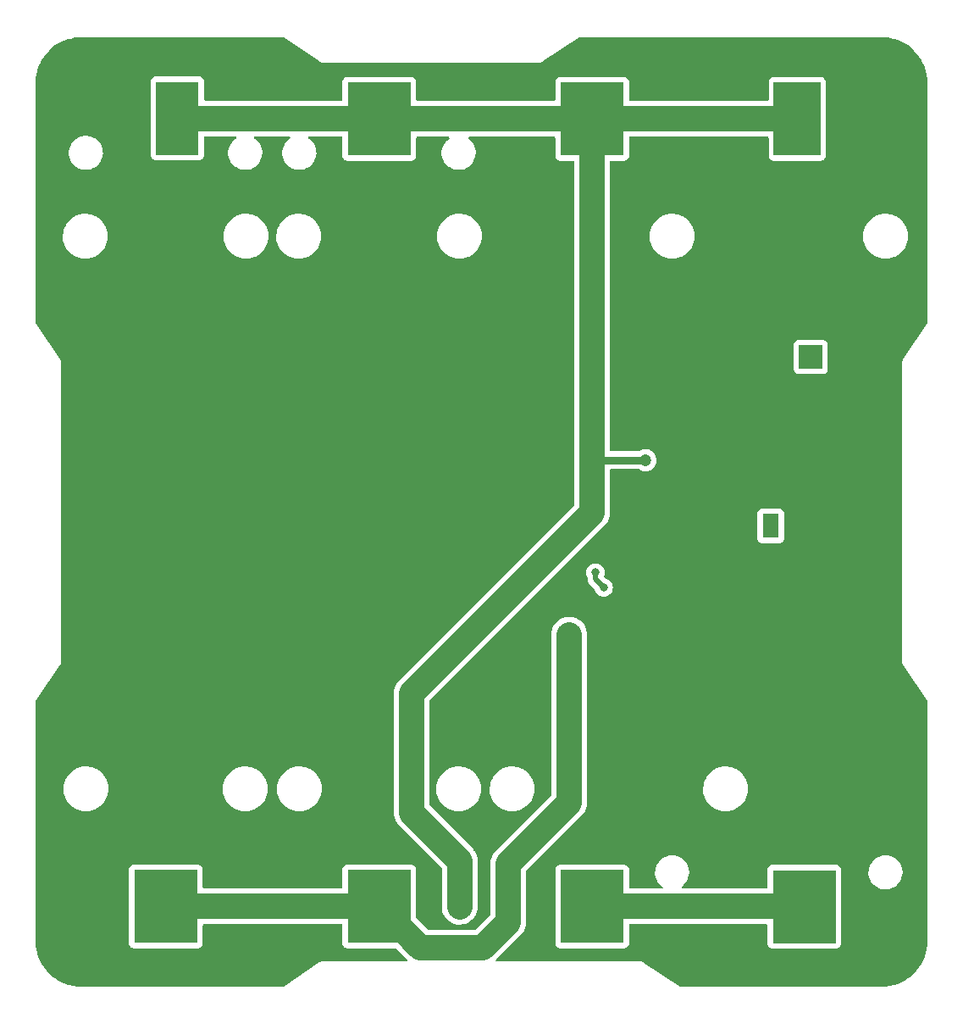
<source format=gbr>
%TF.GenerationSoftware,KiCad,Pcbnew,6.0.9*%
%TF.CreationDate,2022-12-12T20:01:49-05:00*%
%TF.ProjectId,piridium-eps,70697269-6469-4756-9d2d-6570732e6b69,rev?*%
%TF.SameCoordinates,Original*%
%TF.FileFunction,Copper,L4,Bot*%
%TF.FilePolarity,Positive*%
%FSLAX46Y46*%
G04 Gerber Fmt 4.6, Leading zero omitted, Abs format (unit mm)*
G04 Created by KiCad (PCBNEW 6.0.9) date 2022-12-12 20:01:49*
%MOMM*%
%LPD*%
G01*
G04 APERTURE LIST*
%TA.AperFunction,ComponentPad*%
%ADD10C,5.600000*%
%TD*%
%TA.AperFunction,ComponentPad*%
%ADD11R,2.400000X2.400000*%
%TD*%
%TA.AperFunction,ComponentPad*%
%ADD12C,2.400000*%
%TD*%
%TA.AperFunction,ComponentPad*%
%ADD13C,0.600000*%
%TD*%
%TA.AperFunction,SMDPad,CuDef*%
%ADD14R,1.650000X2.400000*%
%TD*%
%TA.AperFunction,SMDPad,CuDef*%
%ADD15R,6.350000X7.340000*%
%TD*%
%TA.AperFunction,SMDPad,CuDef*%
%ADD16R,4.699000X7.340000*%
%TD*%
%TA.AperFunction,SMDPad,CuDef*%
%ADD17R,4.318000X7.340000*%
%TD*%
%TA.AperFunction,ViaPad*%
%ADD18C,1.200000*%
%TD*%
%TA.AperFunction,ViaPad*%
%ADD19C,0.800000*%
%TD*%
%TA.AperFunction,Conductor*%
%ADD20C,2.540000*%
%TD*%
%TA.AperFunction,Conductor*%
%ADD21C,0.762000*%
%TD*%
%TA.AperFunction,Conductor*%
%ADD22C,0.508000*%
%TD*%
G04 APERTURE END LIST*
D10*
%TO.P,MH1,1,1*%
%TO.N,GND*%
X110490000Y-55880000D03*
%TD*%
%TO.P,MH2,1,1*%
%TO.N,GND*%
X184150000Y-55880000D03*
%TD*%
%TO.P,MH3,1,1*%
%TO.N,GND*%
X186690000Y-141610000D03*
%TD*%
%TO.P,MH4,1,1*%
%TO.N,GND*%
X106680000Y-141610000D03*
%TD*%
D11*
%TO.P,J1,1,Pin_1*%
%TO.N,+BATT*%
X179578000Y-83256000D03*
D12*
%TO.P,J1,2,Pin_2*%
%TO.N,GND*%
X179578000Y-79756000D03*
%TD*%
D13*
%TO.P,U1,9,PGND*%
%TO.N,-BATT*%
X176082500Y-99390500D03*
X175082500Y-99390500D03*
X175082500Y-100890500D03*
X175582500Y-100140500D03*
D14*
X175582500Y-100140500D03*
D13*
X176082500Y-100890500D03*
%TD*%
D15*
%TO.P,BT3,1,+*%
%TO.N,+BATT*%
X178943000Y-138176000D03*
D16*
%TO.P,BT3,2,-*%
%TO.N,Net-(BT1-Pad2)*%
X178244500Y-59476000D03*
%TD*%
D17*
%TO.P,BT2,1,+*%
%TO.N,Net-(BT1-Pad2)*%
X116275000Y-59436000D03*
D15*
%TO.P,BT2,2,-*%
%TO.N,-BATT*%
X115132000Y-138136000D03*
%TD*%
%TO.P,BT4,1,+*%
%TO.N,Net-(BT1-Pad2)*%
X136468000Y-59476000D03*
%TO.P,BT4,2,-*%
%TO.N,-BATT*%
X136468000Y-138136000D03*
%TD*%
%TO.P,BT1,1,+*%
%TO.N,+BATT*%
X157734000Y-138136000D03*
%TO.P,BT1,2,-*%
%TO.N,Net-(BT1-Pad2)*%
X157734000Y-59476000D03*
%TD*%
D18*
%TO.N,GND*%
X177727000Y-108458000D03*
%TO.N,+BATT*%
X155448000Y-138136000D03*
X160020000Y-138136000D03*
X157734000Y-138176000D03*
%TO.N,Net-(BT1-Pad2)*%
X144486000Y-138176000D03*
X144486000Y-135930000D03*
X117201000Y-62016000D03*
X144526000Y-133604000D03*
X117201000Y-59476000D03*
X163068000Y-93578000D03*
X117201000Y-56936000D03*
%TO.N,-BATT*%
X155448000Y-110998000D03*
D19*
X158064385Y-104786385D03*
X158894615Y-106295000D03*
D18*
X115062000Y-140716000D03*
X115062000Y-138176000D03*
X115062000Y-135636000D03*
%TD*%
D20*
%TO.N,+BATT*%
X178903000Y-138136000D02*
X178943000Y-138176000D01*
X157734000Y-138136000D02*
X157948000Y-138136000D01*
X157948000Y-138136000D02*
X178903000Y-138136000D01*
%TO.N,Net-(BT1-Pad2)*%
X139152000Y-59476000D02*
X136468000Y-59476000D01*
X144526000Y-133604000D02*
X144526000Y-138136000D01*
X143724000Y-59476000D02*
X141184000Y-59476000D01*
D21*
X157734000Y-93472000D02*
X157805001Y-93543001D01*
X157805001Y-93543001D02*
X163033001Y-93543001D01*
D20*
X139700000Y-116840000D02*
X157734000Y-98806000D01*
X157734000Y-59476000D02*
X143724000Y-59476000D01*
X139700000Y-128778000D02*
X139700000Y-116840000D01*
X157734000Y-98806000D02*
X157734000Y-59476000D01*
X141184000Y-59476000D02*
X139152000Y-59476000D01*
X144526000Y-138136000D02*
X144486000Y-138176000D01*
X144526000Y-133604000D02*
X139700000Y-128778000D01*
X117602000Y-59436000D02*
X136428000Y-59436000D01*
X136428000Y-59436000D02*
X136468000Y-59476000D01*
D21*
X163033001Y-93543001D02*
X163068000Y-93578000D01*
D20*
X178244500Y-59476000D02*
X157734000Y-59476000D01*
X116275000Y-59436000D02*
X117602000Y-59436000D01*
D22*
%TO.N,-BATT*%
X158894615Y-106295000D02*
X158064385Y-105464770D01*
X158064385Y-105464770D02*
X158064385Y-104786385D01*
D20*
X155448000Y-110998000D02*
X155448000Y-127762000D01*
X140572000Y-142240000D02*
X136468000Y-138136000D01*
X155448000Y-127762000D02*
X149352000Y-133858000D01*
X115132000Y-138136000D02*
X136468000Y-138136000D01*
X146812000Y-142240000D02*
X140572000Y-142240000D01*
X149352000Y-139700000D02*
X146812000Y-142240000D01*
X149352000Y-133858000D02*
X149352000Y-139700000D01*
%TD*%
%TA.AperFunction,Conductor*%
%TO.N,GND*%
G36*
X126877781Y-51329662D02*
G01*
X130491876Y-53739058D01*
X130505391Y-53749454D01*
X130527951Y-53769378D01*
X130543129Y-53776504D01*
X130591874Y-53799390D01*
X130592648Y-53799757D01*
X130597874Y-53802254D01*
X130656459Y-53830248D01*
X130658205Y-53830532D01*
X130659800Y-53831281D01*
X130717357Y-53840243D01*
X130729610Y-53842151D01*
X130730455Y-53842286D01*
X130791367Y-53852195D01*
X130791369Y-53852195D01*
X130800227Y-53853636D01*
X130809133Y-53852533D01*
X130809360Y-53852505D01*
X130833987Y-53849455D01*
X130849474Y-53848500D01*
X152483668Y-53848500D01*
X152500681Y-53849654D01*
X152521602Y-53852505D01*
X152521603Y-53852505D01*
X152530497Y-53853717D01*
X152600381Y-53843223D01*
X152601163Y-53843108D01*
X152671187Y-53833080D01*
X152672798Y-53832348D01*
X152674540Y-53832086D01*
X152738819Y-53802331D01*
X152739098Y-53802202D01*
X152803782Y-53772792D01*
X152829557Y-53750583D01*
X152841907Y-53741203D01*
X156459219Y-51329662D01*
X156529111Y-51308500D01*
X186640633Y-51308500D01*
X186660018Y-51310000D01*
X186674851Y-51312310D01*
X186674855Y-51312310D01*
X186683724Y-51313691D01*
X186704183Y-51311016D01*
X186726008Y-51310072D01*
X187082937Y-51325656D01*
X187093886Y-51326614D01*
X187478379Y-51377233D01*
X187489205Y-51379142D01*
X187867822Y-51463080D01*
X187878439Y-51465925D01*
X188048702Y-51519608D01*
X188248302Y-51582542D01*
X188258615Y-51586295D01*
X188616932Y-51734715D01*
X188626876Y-51739353D01*
X188970867Y-51918423D01*
X188980387Y-51923919D01*
X189307468Y-52132292D01*
X189316472Y-52138597D01*
X189624138Y-52374678D01*
X189632558Y-52381743D01*
X189918483Y-52643744D01*
X189926256Y-52651517D01*
X190188257Y-52937442D01*
X190195322Y-52945862D01*
X190431403Y-53253528D01*
X190437708Y-53262532D01*
X190646081Y-53589613D01*
X190651576Y-53599132D01*
X190781887Y-53849455D01*
X190830643Y-53943115D01*
X190835289Y-53953077D01*
X190983702Y-54311377D01*
X190987461Y-54321706D01*
X191104075Y-54691561D01*
X191106920Y-54702178D01*
X191190858Y-55080795D01*
X191192767Y-55091621D01*
X191243386Y-55476114D01*
X191244344Y-55487063D01*
X191253796Y-55703540D01*
X191259603Y-55836552D01*
X191258223Y-55861429D01*
X191256309Y-55873724D01*
X191257473Y-55882626D01*
X191257473Y-55882628D01*
X191260436Y-55905283D01*
X191261500Y-55921621D01*
X191261500Y-79817889D01*
X191240338Y-79887781D01*
X188830942Y-83501876D01*
X188820546Y-83515391D01*
X188800622Y-83537951D01*
X188796808Y-83546075D01*
X188770610Y-83601874D01*
X188770243Y-83602648D01*
X188767489Y-83608412D01*
X188739752Y-83666459D01*
X188739468Y-83668205D01*
X188738719Y-83669800D01*
X188736477Y-83684202D01*
X188727849Y-83739610D01*
X188727714Y-83740455D01*
X188726707Y-83746647D01*
X188716364Y-83810227D01*
X188717467Y-83819133D01*
X188720545Y-83843988D01*
X188721500Y-83859474D01*
X188721500Y-113626668D01*
X188720346Y-113643681D01*
X188716283Y-113673497D01*
X188717616Y-113682373D01*
X188726773Y-113743353D01*
X188726892Y-113744163D01*
X188736920Y-113814187D01*
X188737652Y-113815798D01*
X188737914Y-113817540D01*
X188767669Y-113881819D01*
X188767798Y-113882098D01*
X188797208Y-113946782D01*
X188807545Y-113958778D01*
X188819414Y-113972553D01*
X188828797Y-113984907D01*
X191240338Y-117602219D01*
X191261500Y-117672111D01*
X191261500Y-141560633D01*
X191260000Y-141580018D01*
X191257690Y-141594851D01*
X191257690Y-141594855D01*
X191256309Y-141603724D01*
X191258984Y-141624183D01*
X191259928Y-141646008D01*
X191246056Y-141963715D01*
X191244344Y-142002936D01*
X191243386Y-142013886D01*
X191192767Y-142398379D01*
X191190858Y-142409205D01*
X191106920Y-142787822D01*
X191104075Y-142798439D01*
X190987461Y-143168294D01*
X190983705Y-143178615D01*
X190841084Y-143522933D01*
X190835289Y-143536923D01*
X190830647Y-143546876D01*
X190726886Y-143746200D01*
X190651577Y-143890867D01*
X190646081Y-143900387D01*
X190437708Y-144227468D01*
X190431403Y-144236472D01*
X190195322Y-144544138D01*
X190188257Y-144552558D01*
X189926256Y-144838483D01*
X189918483Y-144846256D01*
X189632558Y-145108257D01*
X189624138Y-145115322D01*
X189316472Y-145351403D01*
X189307468Y-145357708D01*
X188980387Y-145566081D01*
X188970868Y-145571576D01*
X188626876Y-145750647D01*
X188616932Y-145755285D01*
X188258615Y-145903705D01*
X188248302Y-145907458D01*
X188048702Y-145970392D01*
X187878439Y-146024075D01*
X187867822Y-146026920D01*
X187489205Y-146110858D01*
X187478379Y-146112767D01*
X187093886Y-146163386D01*
X187082937Y-146164344D01*
X186733446Y-146179603D01*
X186708571Y-146178223D01*
X186696276Y-146176309D01*
X186687374Y-146177473D01*
X186687372Y-146177473D01*
X186672323Y-146179441D01*
X186664714Y-146180436D01*
X186648379Y-146181500D01*
X166562111Y-146181500D01*
X166492219Y-146160338D01*
X162878124Y-143750942D01*
X162864609Y-143740546D01*
X162848778Y-143726565D01*
X162842049Y-143720622D01*
X162778097Y-143690596D01*
X162777352Y-143690243D01*
X162721215Y-143663419D01*
X162713541Y-143659752D01*
X162711795Y-143659468D01*
X162710200Y-143658719D01*
X162652643Y-143649757D01*
X162640390Y-143647849D01*
X162639545Y-143647714D01*
X162578633Y-143637805D01*
X162578631Y-143637805D01*
X162569773Y-143636364D01*
X162547504Y-143639122D01*
X162536012Y-143640545D01*
X162520526Y-143641500D01*
X148229869Y-143641500D01*
X148161748Y-143621498D01*
X148115255Y-143567842D01*
X148105151Y-143497568D01*
X148134645Y-143432988D01*
X148140774Y-143426405D01*
X149713045Y-141854134D01*
X154050500Y-141854134D01*
X154057255Y-141916316D01*
X154108385Y-142052705D01*
X154195739Y-142169261D01*
X154312295Y-142256615D01*
X154448684Y-142307745D01*
X154510866Y-142314500D01*
X160957134Y-142314500D01*
X161019316Y-142307745D01*
X161155705Y-142256615D01*
X161272261Y-142169261D01*
X161359615Y-142052705D01*
X161410745Y-141916316D01*
X161417500Y-141854134D01*
X161417500Y-140040500D01*
X161437502Y-139972379D01*
X161491158Y-139925886D01*
X161543500Y-139914500D01*
X175133500Y-139914500D01*
X175201621Y-139934502D01*
X175248114Y-139988158D01*
X175259500Y-140040500D01*
X175259500Y-141894134D01*
X175266255Y-141956316D01*
X175317385Y-142092705D01*
X175404739Y-142209261D01*
X175521295Y-142296615D01*
X175657684Y-142347745D01*
X175719866Y-142354500D01*
X182166134Y-142354500D01*
X182228316Y-142347745D01*
X182364705Y-142296615D01*
X182481261Y-142209261D01*
X182568615Y-142092705D01*
X182619745Y-141956316D01*
X182626500Y-141894134D01*
X182626500Y-134646583D01*
X185363828Y-134646583D01*
X185369935Y-134905689D01*
X185415163Y-135160890D01*
X185498473Y-135406313D01*
X185500674Y-135410549D01*
X185500676Y-135410555D01*
X185558210Y-135521312D01*
X185617947Y-135636311D01*
X185770837Y-135845590D01*
X185774209Y-135848980D01*
X185774211Y-135848982D01*
X185950248Y-136025945D01*
X185950253Y-136025949D01*
X185953622Y-136029336D01*
X186162099Y-136183319D01*
X186166337Y-136185549D01*
X186166339Y-136185550D01*
X186387232Y-136301768D01*
X186387239Y-136301771D01*
X186391468Y-136303996D01*
X186395984Y-136305555D01*
X186395990Y-136305558D01*
X186488489Y-136337498D01*
X186636451Y-136388590D01*
X186754193Y-136410093D01*
X186887441Y-136434429D01*
X186887445Y-136434429D01*
X186891412Y-136435154D01*
X186974342Y-136439500D01*
X187135903Y-136439500D01*
X187138282Y-136439319D01*
X187138283Y-136439319D01*
X187323664Y-136425218D01*
X187323669Y-136425217D01*
X187328431Y-136424855D01*
X187333084Y-136423776D01*
X187333087Y-136423776D01*
X187576251Y-136367413D01*
X187576250Y-136367413D01*
X187580915Y-136366332D01*
X187821642Y-136270292D01*
X188045072Y-136138944D01*
X188048783Y-136135923D01*
X188048787Y-136135920D01*
X188242351Y-135978334D01*
X188246063Y-135975312D01*
X188249272Y-135971767D01*
X188249277Y-135971762D01*
X188416774Y-135786713D01*
X188419990Y-135783160D01*
X188562851Y-135566910D01*
X188636888Y-135406313D01*
X188669352Y-135335892D01*
X188669353Y-135335889D01*
X188671358Y-135331540D01*
X188743015Y-135082465D01*
X188776172Y-134825417D01*
X188770065Y-134566311D01*
X188750244Y-134454469D01*
X188725671Y-134315814D01*
X188725670Y-134315810D01*
X188724837Y-134311110D01*
X188641527Y-134065687D01*
X188639326Y-134061451D01*
X188639324Y-134061445D01*
X188558104Y-133905090D01*
X188522053Y-133835689D01*
X188484932Y-133784876D01*
X188371986Y-133630274D01*
X188371985Y-133630273D01*
X188369163Y-133626410D01*
X188315907Y-133572874D01*
X188189752Y-133446055D01*
X188189747Y-133446051D01*
X188186378Y-133442664D01*
X187977901Y-133288681D01*
X187941891Y-133269735D01*
X187752768Y-133170232D01*
X187752761Y-133170229D01*
X187748532Y-133168004D01*
X187744016Y-133166445D01*
X187744010Y-133166442D01*
X187573148Y-133107443D01*
X187503549Y-133083410D01*
X187361175Y-133057408D01*
X187252559Y-133037571D01*
X187252555Y-133037571D01*
X187248588Y-133036846D01*
X187165658Y-133032500D01*
X187004097Y-133032500D01*
X187001718Y-133032681D01*
X187001717Y-133032681D01*
X186816336Y-133046782D01*
X186816331Y-133046783D01*
X186811569Y-133047145D01*
X186806916Y-133048224D01*
X186806913Y-133048224D01*
X186721491Y-133068024D01*
X186559085Y-133105668D01*
X186318358Y-133201708D01*
X186094928Y-133333056D01*
X186091217Y-133336077D01*
X186091213Y-133336080D01*
X185941597Y-133457887D01*
X185893937Y-133496688D01*
X185890728Y-133500233D01*
X185890723Y-133500238D01*
X185749817Y-133655910D01*
X185720010Y-133688840D01*
X185577149Y-133905090D01*
X185575148Y-133909430D01*
X185575146Y-133909434D01*
X185470648Y-134136108D01*
X185468642Y-134140460D01*
X185467318Y-134145062D01*
X185404464Y-134363540D01*
X185396985Y-134389535D01*
X185396374Y-134394270D01*
X185396373Y-134394276D01*
X185374789Y-134561606D01*
X185363828Y-134646583D01*
X182626500Y-134646583D01*
X182626500Y-134457866D01*
X182619745Y-134395684D01*
X182568615Y-134259295D01*
X182481261Y-134142739D01*
X182364705Y-134055385D01*
X182228316Y-134004255D01*
X182166134Y-133997500D01*
X175719866Y-133997500D01*
X175657684Y-134004255D01*
X175521295Y-134055385D01*
X175404739Y-134142739D01*
X175317385Y-134259295D01*
X175266255Y-134395684D01*
X175259500Y-134457866D01*
X175259500Y-136231500D01*
X175239498Y-136299621D01*
X175185842Y-136346114D01*
X175133500Y-136357500D01*
X166794956Y-136357500D01*
X166726835Y-136337498D01*
X166680342Y-136283842D01*
X166670238Y-136213568D01*
X166699732Y-136148988D01*
X166715406Y-136133787D01*
X166906351Y-135978334D01*
X166910063Y-135975312D01*
X166913272Y-135971767D01*
X166913277Y-135971762D01*
X167080774Y-135786713D01*
X167083990Y-135783160D01*
X167226851Y-135566910D01*
X167300888Y-135406313D01*
X167333352Y-135335892D01*
X167333353Y-135335889D01*
X167335358Y-135331540D01*
X167407015Y-135082465D01*
X167440172Y-134825417D01*
X167434065Y-134566311D01*
X167414244Y-134454469D01*
X167389671Y-134315814D01*
X167389670Y-134315810D01*
X167388837Y-134311110D01*
X167305527Y-134065687D01*
X167303326Y-134061451D01*
X167303324Y-134061445D01*
X167222104Y-133905090D01*
X167186053Y-133835689D01*
X167148932Y-133784876D01*
X167035986Y-133630274D01*
X167035985Y-133630273D01*
X167033163Y-133626410D01*
X166979907Y-133572874D01*
X166853752Y-133446055D01*
X166853747Y-133446051D01*
X166850378Y-133442664D01*
X166641901Y-133288681D01*
X166605891Y-133269735D01*
X166416768Y-133170232D01*
X166416761Y-133170229D01*
X166412532Y-133168004D01*
X166408016Y-133166445D01*
X166408010Y-133166442D01*
X166237148Y-133107443D01*
X166167549Y-133083410D01*
X166025175Y-133057408D01*
X165916559Y-133037571D01*
X165916555Y-133037571D01*
X165912588Y-133036846D01*
X165829658Y-133032500D01*
X165668097Y-133032500D01*
X165665718Y-133032681D01*
X165665717Y-133032681D01*
X165480336Y-133046782D01*
X165480331Y-133046783D01*
X165475569Y-133047145D01*
X165470916Y-133048224D01*
X165470913Y-133048224D01*
X165385491Y-133068024D01*
X165223085Y-133105668D01*
X164982358Y-133201708D01*
X164758928Y-133333056D01*
X164755217Y-133336077D01*
X164755213Y-133336080D01*
X164605597Y-133457887D01*
X164557937Y-133496688D01*
X164554728Y-133500233D01*
X164554723Y-133500238D01*
X164413817Y-133655910D01*
X164384010Y-133688840D01*
X164241149Y-133905090D01*
X164239148Y-133909430D01*
X164239146Y-133909434D01*
X164134648Y-134136108D01*
X164132642Y-134140460D01*
X164131318Y-134145062D01*
X164068464Y-134363540D01*
X164060985Y-134389535D01*
X164060374Y-134394270D01*
X164060373Y-134394276D01*
X164038789Y-134561606D01*
X164027828Y-134646583D01*
X164033935Y-134905689D01*
X164079163Y-135160890D01*
X164162473Y-135406313D01*
X164164674Y-135410549D01*
X164164676Y-135410555D01*
X164222210Y-135521312D01*
X164281947Y-135636311D01*
X164434837Y-135845590D01*
X164438209Y-135848980D01*
X164438211Y-135848982D01*
X164614248Y-136025945D01*
X164614253Y-136025949D01*
X164617622Y-136029336D01*
X164621474Y-136032181D01*
X164621475Y-136032182D01*
X164754112Y-136130149D01*
X164797023Y-136186710D01*
X164802543Y-136257491D01*
X164768919Y-136320021D01*
X164706827Y-136354446D01*
X164679253Y-136357500D01*
X161543500Y-136357500D01*
X161475379Y-136337498D01*
X161428886Y-136283842D01*
X161417500Y-136231500D01*
X161417500Y-134417866D01*
X161410745Y-134355684D01*
X161359615Y-134219295D01*
X161272261Y-134102739D01*
X161155705Y-134015385D01*
X161019316Y-133964255D01*
X160957134Y-133957500D01*
X154510866Y-133957500D01*
X154448684Y-133964255D01*
X154312295Y-134015385D01*
X154195739Y-134102739D01*
X154108385Y-134219295D01*
X154057255Y-134355684D01*
X154050500Y-134417866D01*
X154050500Y-141854134D01*
X149713045Y-141854134D01*
X150570353Y-140996826D01*
X150575547Y-140991918D01*
X150631441Y-140942031D01*
X150631443Y-140942029D01*
X150634933Y-140938914D01*
X150708819Y-140850076D01*
X150710216Y-140848425D01*
X150782612Y-140764406D01*
X150782614Y-140764404D01*
X150785668Y-140760859D01*
X150788163Y-140756905D01*
X150788168Y-140756898D01*
X150789588Y-140754647D01*
X150799270Y-140741322D01*
X150800969Y-140739279D01*
X150800978Y-140739266D01*
X150803964Y-140735676D01*
X150806390Y-140731679D01*
X150806393Y-140731674D01*
X150863921Y-140636873D01*
X150865077Y-140635004D01*
X150924228Y-140541255D01*
X150924230Y-140541252D01*
X150926725Y-140537297D01*
X150929682Y-140530577D01*
X150937285Y-140515973D01*
X150938669Y-140513691D01*
X150938671Y-140513687D01*
X150941099Y-140509686D01*
X150962512Y-140458621D01*
X150985797Y-140403093D01*
X150986665Y-140401072D01*
X151031304Y-140299621D01*
X151033188Y-140295340D01*
X151034419Y-140290826D01*
X151035121Y-140288253D01*
X151040479Y-140272694D01*
X151041515Y-140270223D01*
X151041518Y-140270213D01*
X151043323Y-140265909D01*
X151071782Y-140153851D01*
X151072319Y-140151810D01*
X151102719Y-140040306D01*
X151103267Y-140035675D01*
X151103270Y-140035660D01*
X151103583Y-140033013D01*
X151106585Y-140016814D01*
X151107240Y-140014236D01*
X151107241Y-140014233D01*
X151108392Y-140009699D01*
X151119973Y-139894692D01*
X151120209Y-139892532D01*
X151131099Y-139800523D01*
X151133789Y-139777795D01*
X151130559Y-139672067D01*
X151130500Y-139668219D01*
X151130500Y-134646869D01*
X151150502Y-134578748D01*
X151167405Y-134557774D01*
X156666353Y-129058826D01*
X156671547Y-129053918D01*
X156727441Y-129004031D01*
X156727443Y-129004029D01*
X156730933Y-129000914D01*
X156804819Y-128912076D01*
X156806216Y-128910425D01*
X156878620Y-128826397D01*
X156878623Y-128826393D01*
X156881668Y-128822859D01*
X156885587Y-128816648D01*
X156895269Y-128803322D01*
X156896971Y-128801275D01*
X156896973Y-128801273D01*
X156899964Y-128797676D01*
X156905007Y-128789366D01*
X156959929Y-128698858D01*
X156961086Y-128696989D01*
X157020231Y-128603249D01*
X157020232Y-128603247D01*
X157022725Y-128599296D01*
X157024608Y-128595017D01*
X157024611Y-128595011D01*
X157025678Y-128592586D01*
X157033284Y-128577973D01*
X157034677Y-128575677D01*
X157037099Y-128571686D01*
X157066158Y-128502389D01*
X157081799Y-128465090D01*
X157082667Y-128463070D01*
X157127305Y-128361622D01*
X157127306Y-128361621D01*
X157129189Y-128357340D01*
X157131118Y-128350265D01*
X157136483Y-128334680D01*
X157139323Y-128327909D01*
X157167783Y-128215848D01*
X157168313Y-128213834D01*
X157198719Y-128102306D01*
X157199267Y-128097675D01*
X157199270Y-128097660D01*
X157199583Y-128095013D01*
X157202585Y-128078814D01*
X157203240Y-128076236D01*
X157203241Y-128076233D01*
X157204392Y-128071699D01*
X157215973Y-127956696D01*
X157216199Y-127954628D01*
X157229790Y-127839795D01*
X157226559Y-127734048D01*
X157226500Y-127730200D01*
X157226500Y-126452880D01*
X168831992Y-126452880D01*
X168832355Y-126457028D01*
X168832355Y-126457032D01*
X168857487Y-126744293D01*
X168857488Y-126744301D01*
X168857852Y-126748459D01*
X168922577Y-127038021D01*
X168924019Y-127041941D01*
X168924021Y-127041947D01*
X168994619Y-127233827D01*
X169025029Y-127316480D01*
X169163410Y-127578942D01*
X169335288Y-127820797D01*
X169537642Y-128037796D01*
X169766918Y-128226125D01*
X170019088Y-128382477D01*
X170289722Y-128504105D01*
X170462390Y-128555580D01*
X170570065Y-128587679D01*
X170570067Y-128587679D01*
X170574064Y-128588871D01*
X170578184Y-128589524D01*
X170578186Y-128589524D01*
X170639885Y-128599296D01*
X170867119Y-128635286D01*
X170912146Y-128637331D01*
X170958497Y-128639436D01*
X170958516Y-128639436D01*
X170959916Y-128639500D01*
X171145264Y-128639500D01*
X171366056Y-128624835D01*
X171656910Y-128566188D01*
X171937453Y-128469590D01*
X171941196Y-128467716D01*
X171941200Y-128467714D01*
X172199012Y-128338611D01*
X172199014Y-128338610D01*
X172202756Y-128336736D01*
X172448158Y-128169961D01*
X172669346Y-127972196D01*
X172862436Y-127746914D01*
X172873290Y-127730200D01*
X173021763Y-127501572D01*
X173021765Y-127501569D01*
X173024035Y-127498073D01*
X173151304Y-127230046D01*
X173211919Y-127041252D01*
X173240726Y-126951530D01*
X173240727Y-126951524D01*
X173242006Y-126947542D01*
X173277091Y-126752548D01*
X173293809Y-126659632D01*
X173293810Y-126659627D01*
X173294548Y-126655523D01*
X173303751Y-126452880D01*
X173307819Y-126363290D01*
X173307819Y-126363285D01*
X173308008Y-126359120D01*
X173307645Y-126354968D01*
X173282513Y-126067707D01*
X173282512Y-126067699D01*
X173282148Y-126063541D01*
X173217423Y-125773979D01*
X173146773Y-125581954D01*
X173116418Y-125499452D01*
X173116416Y-125499448D01*
X173114971Y-125495520D01*
X172976590Y-125233058D01*
X172804712Y-124991203D01*
X172602358Y-124774204D01*
X172373082Y-124585875D01*
X172120912Y-124429523D01*
X171850278Y-124307895D01*
X171677610Y-124256420D01*
X171569935Y-124224321D01*
X171569933Y-124224321D01*
X171565936Y-124223129D01*
X171561816Y-124222476D01*
X171561814Y-124222476D01*
X171442894Y-124203641D01*
X171272881Y-124176714D01*
X171227854Y-124174669D01*
X171181503Y-124172564D01*
X171181484Y-124172564D01*
X171180084Y-124172500D01*
X170994736Y-124172500D01*
X170773944Y-124187165D01*
X170483090Y-124245812D01*
X170202547Y-124342410D01*
X170198804Y-124344284D01*
X170198800Y-124344286D01*
X170024179Y-124431730D01*
X169937244Y-124475264D01*
X169691842Y-124642039D01*
X169470654Y-124839804D01*
X169277564Y-125065086D01*
X169275290Y-125068588D01*
X169275289Y-125068589D01*
X169170698Y-125229646D01*
X169115965Y-125313927D01*
X168988696Y-125581954D01*
X168987417Y-125585937D01*
X168987416Y-125585940D01*
X168927044Y-125773979D01*
X168897994Y-125864458D01*
X168897253Y-125868577D01*
X168862174Y-126063541D01*
X168845452Y-126156477D01*
X168845263Y-126160644D01*
X168845262Y-126160651D01*
X168836060Y-126363290D01*
X168831992Y-126452880D01*
X157226500Y-126452880D01*
X157226500Y-110930892D01*
X157211897Y-110734384D01*
X157153557Y-110476559D01*
X157138028Y-110436626D01*
X157059442Y-110234542D01*
X157059441Y-110234540D01*
X157057749Y-110230189D01*
X157031535Y-110184323D01*
X156928897Y-110004745D01*
X156926578Y-110000687D01*
X156762925Y-109793094D01*
X156570385Y-109611970D01*
X156533212Y-109586182D01*
X156357026Y-109463958D01*
X156357021Y-109463955D01*
X156353188Y-109461296D01*
X156348997Y-109459229D01*
X156120294Y-109346445D01*
X156120291Y-109346444D01*
X156116106Y-109344380D01*
X156059150Y-109326148D01*
X155868792Y-109265214D01*
X155868794Y-109265214D01*
X155864347Y-109263791D01*
X155721825Y-109240580D01*
X155608053Y-109222051D01*
X155608052Y-109222051D01*
X155603441Y-109221300D01*
X155471281Y-109219570D01*
X155343798Y-109217901D01*
X155343795Y-109217901D01*
X155339121Y-109217840D01*
X155077192Y-109253486D01*
X155072702Y-109254795D01*
X155072696Y-109254796D01*
X154964732Y-109286265D01*
X154823410Y-109327457D01*
X154819163Y-109329415D01*
X154819160Y-109329416D01*
X154728950Y-109371004D01*
X154583348Y-109438127D01*
X154579439Y-109440690D01*
X154366195Y-109580499D01*
X154366190Y-109580503D01*
X154362282Y-109583065D01*
X154165067Y-109759086D01*
X153996036Y-109962324D01*
X153858901Y-110188314D01*
X153756677Y-110432091D01*
X153755526Y-110436623D01*
X153755525Y-110436626D01*
X153744226Y-110481116D01*
X153691608Y-110688301D01*
X153669500Y-110907856D01*
X153669500Y-126973131D01*
X153649498Y-127041252D01*
X153632595Y-127062226D01*
X148133647Y-132561174D01*
X148128453Y-132566082D01*
X148115766Y-132577406D01*
X148069067Y-132619086D01*
X147995948Y-132707003D01*
X147995205Y-132707896D01*
X147993784Y-132709575D01*
X147921380Y-132793603D01*
X147921377Y-132793607D01*
X147918332Y-132797141D01*
X147915838Y-132801094D01*
X147914413Y-132803352D01*
X147904731Y-132816678D01*
X147903029Y-132818725D01*
X147900036Y-132822324D01*
X147897613Y-132826317D01*
X147840071Y-132921142D01*
X147838914Y-132923011D01*
X147779769Y-133016751D01*
X147777275Y-133020704D01*
X147775392Y-133024983D01*
X147775389Y-133024989D01*
X147774322Y-133027414D01*
X147766716Y-133042027D01*
X147762901Y-133048314D01*
X147761094Y-133052622D01*
X147761094Y-133052623D01*
X147718201Y-133154910D01*
X147717333Y-133156930D01*
X147697630Y-133201708D01*
X147670811Y-133262660D01*
X147669582Y-133267169D01*
X147669580Y-133267174D01*
X147668882Y-133269735D01*
X147663517Y-133285320D01*
X147660677Y-133292091D01*
X147632217Y-133404152D01*
X147631687Y-133406166D01*
X147601281Y-133517694D01*
X147600733Y-133522325D01*
X147600730Y-133522340D01*
X147600417Y-133524987D01*
X147597415Y-133541186D01*
X147595608Y-133548301D01*
X147584027Y-133663304D01*
X147583801Y-133665372D01*
X147570210Y-133780205D01*
X147571905Y-133835689D01*
X147573441Y-133885952D01*
X147573500Y-133889800D01*
X147573500Y-138911131D01*
X147553498Y-138979252D01*
X147536595Y-139000226D01*
X146112226Y-140424595D01*
X146049914Y-140458621D01*
X146023131Y-140461500D01*
X141360869Y-140461500D01*
X141292748Y-140441498D01*
X141271774Y-140424595D01*
X140188405Y-139341226D01*
X140154379Y-139278914D01*
X140151500Y-139252131D01*
X140151500Y-134417866D01*
X140144745Y-134355684D01*
X140093615Y-134219295D01*
X140006261Y-134102739D01*
X139889705Y-134015385D01*
X139753316Y-133964255D01*
X139691134Y-133957500D01*
X133244866Y-133957500D01*
X133182684Y-133964255D01*
X133046295Y-134015385D01*
X132929739Y-134102739D01*
X132842385Y-134219295D01*
X132791255Y-134355684D01*
X132784500Y-134417866D01*
X132784500Y-136231500D01*
X132764498Y-136299621D01*
X132710842Y-136346114D01*
X132658500Y-136357500D01*
X118941500Y-136357500D01*
X118873379Y-136337498D01*
X118826886Y-136283842D01*
X118815500Y-136231500D01*
X118815500Y-134417866D01*
X118808745Y-134355684D01*
X118757615Y-134219295D01*
X118670261Y-134102739D01*
X118553705Y-134015385D01*
X118417316Y-133964255D01*
X118355134Y-133957500D01*
X111908866Y-133957500D01*
X111846684Y-133964255D01*
X111710295Y-134015385D01*
X111593739Y-134102739D01*
X111506385Y-134219295D01*
X111455255Y-134355684D01*
X111448500Y-134417866D01*
X111448500Y-141854134D01*
X111455255Y-141916316D01*
X111506385Y-142052705D01*
X111593739Y-142169261D01*
X111710295Y-142256615D01*
X111846684Y-142307745D01*
X111908866Y-142314500D01*
X118355134Y-142314500D01*
X118417316Y-142307745D01*
X118553705Y-142256615D01*
X118670261Y-142169261D01*
X118757615Y-142052705D01*
X118808745Y-141916316D01*
X118815500Y-141854134D01*
X118815500Y-140040500D01*
X118835502Y-139972379D01*
X118889158Y-139925886D01*
X118941500Y-139914500D01*
X132658500Y-139914500D01*
X132726621Y-139934502D01*
X132773114Y-139988158D01*
X132784500Y-140040500D01*
X132784500Y-141854134D01*
X132791255Y-141916316D01*
X132842385Y-142052705D01*
X132929739Y-142169261D01*
X133046295Y-142256615D01*
X133182684Y-142307745D01*
X133244866Y-142314500D01*
X138079131Y-142314500D01*
X138147252Y-142334502D01*
X138168226Y-142351405D01*
X139243226Y-143426405D01*
X139277252Y-143488717D01*
X139272187Y-143559532D01*
X139229640Y-143616368D01*
X139163120Y-143641179D01*
X139154131Y-143641500D01*
X130853332Y-143641500D01*
X130836319Y-143640346D01*
X130815398Y-143637495D01*
X130815397Y-143637495D01*
X130806503Y-143636283D01*
X130736619Y-143646777D01*
X130735837Y-143646892D01*
X130665813Y-143656920D01*
X130664202Y-143657652D01*
X130662460Y-143657914D01*
X130598181Y-143687669D01*
X130597902Y-143687798D01*
X130533218Y-143717208D01*
X130526421Y-143723065D01*
X130507447Y-143739414D01*
X130495093Y-143748797D01*
X126877781Y-146160338D01*
X126807889Y-146181500D01*
X106729367Y-146181500D01*
X106709982Y-146180000D01*
X106695149Y-146177690D01*
X106695145Y-146177690D01*
X106686276Y-146176309D01*
X106665817Y-146178984D01*
X106643992Y-146179928D01*
X106287063Y-146164344D01*
X106276114Y-146163386D01*
X105891621Y-146112767D01*
X105880795Y-146110858D01*
X105502178Y-146026920D01*
X105491561Y-146024075D01*
X105321298Y-145970392D01*
X105121698Y-145907458D01*
X105111385Y-145903705D01*
X104753068Y-145755285D01*
X104743124Y-145750647D01*
X104399132Y-145571576D01*
X104389613Y-145566081D01*
X104062532Y-145357708D01*
X104053528Y-145351403D01*
X103745862Y-145115322D01*
X103737442Y-145108257D01*
X103451517Y-144846256D01*
X103443744Y-144838483D01*
X103181743Y-144552558D01*
X103174678Y-144544138D01*
X102938597Y-144236472D01*
X102932292Y-144227468D01*
X102723919Y-143900387D01*
X102718423Y-143890867D01*
X102643114Y-143746200D01*
X102539353Y-143546876D01*
X102534711Y-143536923D01*
X102528917Y-143522933D01*
X102386295Y-143178615D01*
X102382539Y-143168294D01*
X102265925Y-142798439D01*
X102263080Y-142787822D01*
X102179142Y-142409205D01*
X102177233Y-142398379D01*
X102126614Y-142013886D01*
X102125656Y-142002936D01*
X102123621Y-141956316D01*
X102110561Y-141657206D01*
X102112188Y-141630805D01*
X102112769Y-141627352D01*
X102112770Y-141627345D01*
X102113576Y-141622552D01*
X102113729Y-141610000D01*
X102109773Y-141582376D01*
X102108500Y-141564514D01*
X102108500Y-126452880D01*
X104893992Y-126452880D01*
X104894355Y-126457028D01*
X104894355Y-126457032D01*
X104919487Y-126744293D01*
X104919488Y-126744301D01*
X104919852Y-126748459D01*
X104984577Y-127038021D01*
X104986019Y-127041941D01*
X104986021Y-127041947D01*
X105056619Y-127233827D01*
X105087029Y-127316480D01*
X105225410Y-127578942D01*
X105397288Y-127820797D01*
X105599642Y-128037796D01*
X105828918Y-128226125D01*
X106081088Y-128382477D01*
X106351722Y-128504105D01*
X106524390Y-128555580D01*
X106632065Y-128587679D01*
X106632067Y-128587679D01*
X106636064Y-128588871D01*
X106640184Y-128589524D01*
X106640186Y-128589524D01*
X106701885Y-128599296D01*
X106929119Y-128635286D01*
X106974146Y-128637331D01*
X107020497Y-128639436D01*
X107020516Y-128639436D01*
X107021916Y-128639500D01*
X107207264Y-128639500D01*
X107428056Y-128624835D01*
X107718910Y-128566188D01*
X107999453Y-128469590D01*
X108003196Y-128467716D01*
X108003200Y-128467714D01*
X108261012Y-128338611D01*
X108261014Y-128338610D01*
X108264756Y-128336736D01*
X108510158Y-128169961D01*
X108731346Y-127972196D01*
X108924436Y-127746914D01*
X108935290Y-127730200D01*
X109083763Y-127501572D01*
X109083765Y-127501569D01*
X109086035Y-127498073D01*
X109213304Y-127230046D01*
X109273919Y-127041252D01*
X109302726Y-126951530D01*
X109302727Y-126951524D01*
X109304006Y-126947542D01*
X109339091Y-126752548D01*
X109355809Y-126659632D01*
X109355810Y-126659627D01*
X109356548Y-126655523D01*
X109365751Y-126452880D01*
X120823992Y-126452880D01*
X120824355Y-126457028D01*
X120824355Y-126457032D01*
X120849487Y-126744293D01*
X120849488Y-126744301D01*
X120849852Y-126748459D01*
X120914577Y-127038021D01*
X120916019Y-127041941D01*
X120916021Y-127041947D01*
X120986619Y-127233827D01*
X121017029Y-127316480D01*
X121155410Y-127578942D01*
X121327288Y-127820797D01*
X121529642Y-128037796D01*
X121758918Y-128226125D01*
X122011088Y-128382477D01*
X122281722Y-128504105D01*
X122454390Y-128555580D01*
X122562065Y-128587679D01*
X122562067Y-128587679D01*
X122566064Y-128588871D01*
X122570184Y-128589524D01*
X122570186Y-128589524D01*
X122631885Y-128599296D01*
X122859119Y-128635286D01*
X122904146Y-128637331D01*
X122950497Y-128639436D01*
X122950516Y-128639436D01*
X122951916Y-128639500D01*
X123137264Y-128639500D01*
X123358056Y-128624835D01*
X123648910Y-128566188D01*
X123929453Y-128469590D01*
X123933196Y-128467716D01*
X123933200Y-128467714D01*
X124191012Y-128338611D01*
X124191014Y-128338610D01*
X124194756Y-128336736D01*
X124440158Y-128169961D01*
X124661346Y-127972196D01*
X124854436Y-127746914D01*
X124865290Y-127730200D01*
X125013763Y-127501572D01*
X125013765Y-127501569D01*
X125016035Y-127498073D01*
X125143304Y-127230046D01*
X125203919Y-127041252D01*
X125232726Y-126951530D01*
X125232727Y-126951524D01*
X125234006Y-126947542D01*
X125269091Y-126752548D01*
X125285809Y-126659632D01*
X125285810Y-126659627D01*
X125286548Y-126655523D01*
X125295751Y-126452880D01*
X126229992Y-126452880D01*
X126230355Y-126457028D01*
X126230355Y-126457032D01*
X126255487Y-126744293D01*
X126255488Y-126744301D01*
X126255852Y-126748459D01*
X126320577Y-127038021D01*
X126322019Y-127041941D01*
X126322021Y-127041947D01*
X126392619Y-127233827D01*
X126423029Y-127316480D01*
X126561410Y-127578942D01*
X126733288Y-127820797D01*
X126935642Y-128037796D01*
X127164918Y-128226125D01*
X127417088Y-128382477D01*
X127687722Y-128504105D01*
X127860390Y-128555580D01*
X127968065Y-128587679D01*
X127968067Y-128587679D01*
X127972064Y-128588871D01*
X127976184Y-128589524D01*
X127976186Y-128589524D01*
X128037885Y-128599296D01*
X128265119Y-128635286D01*
X128310146Y-128637331D01*
X128356497Y-128639436D01*
X128356516Y-128639436D01*
X128357916Y-128639500D01*
X128543264Y-128639500D01*
X128764056Y-128624835D01*
X129054910Y-128566188D01*
X129335453Y-128469590D01*
X129339196Y-128467716D01*
X129339200Y-128467714D01*
X129597012Y-128338611D01*
X129597014Y-128338610D01*
X129600756Y-128336736D01*
X129846158Y-128169961D01*
X130067346Y-127972196D01*
X130260436Y-127746914D01*
X130271290Y-127730200D01*
X130419763Y-127501572D01*
X130419765Y-127501569D01*
X130422035Y-127498073D01*
X130549304Y-127230046D01*
X130609919Y-127041252D01*
X130638726Y-126951530D01*
X130638727Y-126951524D01*
X130640006Y-126947542D01*
X130675091Y-126752548D01*
X130691809Y-126659632D01*
X130691810Y-126659627D01*
X130692548Y-126655523D01*
X130701751Y-126452880D01*
X130705819Y-126363290D01*
X130705819Y-126363285D01*
X130706008Y-126359120D01*
X130705645Y-126354968D01*
X130680513Y-126067707D01*
X130680512Y-126067699D01*
X130680148Y-126063541D01*
X130615423Y-125773979D01*
X130544773Y-125581954D01*
X130514418Y-125499452D01*
X130514416Y-125499448D01*
X130512971Y-125495520D01*
X130374590Y-125233058D01*
X130202712Y-124991203D01*
X130000358Y-124774204D01*
X129771082Y-124585875D01*
X129518912Y-124429523D01*
X129248278Y-124307895D01*
X129075610Y-124256420D01*
X128967935Y-124224321D01*
X128967933Y-124224321D01*
X128963936Y-124223129D01*
X128959816Y-124222476D01*
X128959814Y-124222476D01*
X128840894Y-124203641D01*
X128670881Y-124176714D01*
X128625854Y-124174669D01*
X128579503Y-124172564D01*
X128579484Y-124172564D01*
X128578084Y-124172500D01*
X128392736Y-124172500D01*
X128171944Y-124187165D01*
X127881090Y-124245812D01*
X127600547Y-124342410D01*
X127596804Y-124344284D01*
X127596800Y-124344286D01*
X127422179Y-124431730D01*
X127335244Y-124475264D01*
X127089842Y-124642039D01*
X126868654Y-124839804D01*
X126675564Y-125065086D01*
X126673290Y-125068588D01*
X126673289Y-125068589D01*
X126568698Y-125229646D01*
X126513965Y-125313927D01*
X126386696Y-125581954D01*
X126385417Y-125585937D01*
X126385416Y-125585940D01*
X126325044Y-125773979D01*
X126295994Y-125864458D01*
X126295253Y-125868577D01*
X126260174Y-126063541D01*
X126243452Y-126156477D01*
X126243263Y-126160644D01*
X126243262Y-126160651D01*
X126234060Y-126363290D01*
X126229992Y-126452880D01*
X125295751Y-126452880D01*
X125299819Y-126363290D01*
X125299819Y-126363285D01*
X125300008Y-126359120D01*
X125299645Y-126354968D01*
X125274513Y-126067707D01*
X125274512Y-126067699D01*
X125274148Y-126063541D01*
X125209423Y-125773979D01*
X125138773Y-125581954D01*
X125108418Y-125499452D01*
X125108416Y-125499448D01*
X125106971Y-125495520D01*
X124968590Y-125233058D01*
X124796712Y-124991203D01*
X124594358Y-124774204D01*
X124365082Y-124585875D01*
X124112912Y-124429523D01*
X123842278Y-124307895D01*
X123669610Y-124256420D01*
X123561935Y-124224321D01*
X123561933Y-124224321D01*
X123557936Y-124223129D01*
X123553816Y-124222476D01*
X123553814Y-124222476D01*
X123434894Y-124203641D01*
X123264881Y-124176714D01*
X123219854Y-124174669D01*
X123173503Y-124172564D01*
X123173484Y-124172564D01*
X123172084Y-124172500D01*
X122986736Y-124172500D01*
X122765944Y-124187165D01*
X122475090Y-124245812D01*
X122194547Y-124342410D01*
X122190804Y-124344284D01*
X122190800Y-124344286D01*
X122016179Y-124431730D01*
X121929244Y-124475264D01*
X121683842Y-124642039D01*
X121462654Y-124839804D01*
X121269564Y-125065086D01*
X121267290Y-125068588D01*
X121267289Y-125068589D01*
X121162698Y-125229646D01*
X121107965Y-125313927D01*
X120980696Y-125581954D01*
X120979417Y-125585937D01*
X120979416Y-125585940D01*
X120919044Y-125773979D01*
X120889994Y-125864458D01*
X120889253Y-125868577D01*
X120854174Y-126063541D01*
X120837452Y-126156477D01*
X120837263Y-126160644D01*
X120837262Y-126160651D01*
X120828060Y-126363290D01*
X120823992Y-126452880D01*
X109365751Y-126452880D01*
X109369819Y-126363290D01*
X109369819Y-126363285D01*
X109370008Y-126359120D01*
X109369645Y-126354968D01*
X109344513Y-126067707D01*
X109344512Y-126067699D01*
X109344148Y-126063541D01*
X109279423Y-125773979D01*
X109208773Y-125581954D01*
X109178418Y-125499452D01*
X109178416Y-125499448D01*
X109176971Y-125495520D01*
X109038590Y-125233058D01*
X108866712Y-124991203D01*
X108664358Y-124774204D01*
X108435082Y-124585875D01*
X108182912Y-124429523D01*
X107912278Y-124307895D01*
X107739610Y-124256420D01*
X107631935Y-124224321D01*
X107631933Y-124224321D01*
X107627936Y-124223129D01*
X107623816Y-124222476D01*
X107623814Y-124222476D01*
X107504894Y-124203641D01*
X107334881Y-124176714D01*
X107289854Y-124174669D01*
X107243503Y-124172564D01*
X107243484Y-124172564D01*
X107242084Y-124172500D01*
X107056736Y-124172500D01*
X106835944Y-124187165D01*
X106545090Y-124245812D01*
X106264547Y-124342410D01*
X106260804Y-124344284D01*
X106260800Y-124344286D01*
X106086179Y-124431730D01*
X105999244Y-124475264D01*
X105753842Y-124642039D01*
X105532654Y-124839804D01*
X105339564Y-125065086D01*
X105337290Y-125068588D01*
X105337289Y-125068589D01*
X105232698Y-125229646D01*
X105177965Y-125313927D01*
X105050696Y-125581954D01*
X105049417Y-125585937D01*
X105049416Y-125585940D01*
X104989044Y-125773979D01*
X104959994Y-125864458D01*
X104959253Y-125868577D01*
X104924174Y-126063541D01*
X104907452Y-126156477D01*
X104907263Y-126160644D01*
X104907262Y-126160651D01*
X104898060Y-126363290D01*
X104893992Y-126452880D01*
X102108500Y-126452880D01*
X102108500Y-117672111D01*
X102129662Y-117602219D01*
X104539058Y-113988124D01*
X104549454Y-113974609D01*
X104563435Y-113958778D01*
X104569378Y-113952049D01*
X104599404Y-113888097D01*
X104599757Y-113887352D01*
X104626581Y-113831215D01*
X104630248Y-113823541D01*
X104630532Y-113821795D01*
X104631281Y-113820200D01*
X104642151Y-113750390D01*
X104642286Y-113749545D01*
X104652195Y-113688633D01*
X104652195Y-113688631D01*
X104653636Y-113679773D01*
X104649455Y-113646012D01*
X104648500Y-113630526D01*
X104648500Y-83863332D01*
X104649654Y-83846319D01*
X104652505Y-83825398D01*
X104652505Y-83825397D01*
X104653717Y-83816503D01*
X104643223Y-83746619D01*
X104643103Y-83745799D01*
X104634281Y-83684202D01*
X104633080Y-83675813D01*
X104632348Y-83674202D01*
X104632086Y-83672460D01*
X104602331Y-83608181D01*
X104602202Y-83607902D01*
X104572792Y-83543218D01*
X104550583Y-83517443D01*
X104541203Y-83505093D01*
X102129662Y-79887781D01*
X102108500Y-79817889D01*
X102108500Y-71252880D01*
X104823992Y-71252880D01*
X104824355Y-71257028D01*
X104824355Y-71257032D01*
X104849487Y-71544293D01*
X104849488Y-71544301D01*
X104849852Y-71548459D01*
X104914577Y-71838021D01*
X104916019Y-71841941D01*
X104916021Y-71841947D01*
X104986619Y-72033827D01*
X105017029Y-72116480D01*
X105155410Y-72378942D01*
X105327288Y-72620797D01*
X105529642Y-72837796D01*
X105758918Y-73026125D01*
X106011088Y-73182477D01*
X106281722Y-73304105D01*
X106454390Y-73355580D01*
X106562065Y-73387679D01*
X106562067Y-73387679D01*
X106566064Y-73388871D01*
X106570184Y-73389524D01*
X106570186Y-73389524D01*
X106689106Y-73408359D01*
X106859119Y-73435286D01*
X106904146Y-73437331D01*
X106950497Y-73439436D01*
X106950516Y-73439436D01*
X106951916Y-73439500D01*
X107137264Y-73439500D01*
X107358056Y-73424835D01*
X107648910Y-73366188D01*
X107929453Y-73269590D01*
X107933196Y-73267716D01*
X107933200Y-73267714D01*
X108191012Y-73138611D01*
X108191014Y-73138610D01*
X108194756Y-73136736D01*
X108440158Y-72969961D01*
X108661346Y-72772196D01*
X108854436Y-72546914D01*
X108856711Y-72543411D01*
X109013763Y-72301572D01*
X109013765Y-72301569D01*
X109016035Y-72298073D01*
X109143304Y-72030046D01*
X109203696Y-71841947D01*
X109232726Y-71751530D01*
X109232727Y-71751524D01*
X109234006Y-71747542D01*
X109269091Y-71552548D01*
X109285809Y-71459632D01*
X109285810Y-71459627D01*
X109286548Y-71455523D01*
X109295751Y-71252880D01*
X120893992Y-71252880D01*
X120894355Y-71257028D01*
X120894355Y-71257032D01*
X120919487Y-71544293D01*
X120919488Y-71544301D01*
X120919852Y-71548459D01*
X120984577Y-71838021D01*
X120986019Y-71841941D01*
X120986021Y-71841947D01*
X121056619Y-72033827D01*
X121087029Y-72116480D01*
X121225410Y-72378942D01*
X121397288Y-72620797D01*
X121599642Y-72837796D01*
X121828918Y-73026125D01*
X122081088Y-73182477D01*
X122351722Y-73304105D01*
X122524390Y-73355580D01*
X122632065Y-73387679D01*
X122632067Y-73387679D01*
X122636064Y-73388871D01*
X122640184Y-73389524D01*
X122640186Y-73389524D01*
X122759106Y-73408359D01*
X122929119Y-73435286D01*
X122974146Y-73437331D01*
X123020497Y-73439436D01*
X123020516Y-73439436D01*
X123021916Y-73439500D01*
X123207264Y-73439500D01*
X123428056Y-73424835D01*
X123718910Y-73366188D01*
X123999453Y-73269590D01*
X124003196Y-73267716D01*
X124003200Y-73267714D01*
X124261012Y-73138611D01*
X124261014Y-73138610D01*
X124264756Y-73136736D01*
X124510158Y-72969961D01*
X124731346Y-72772196D01*
X124924436Y-72546914D01*
X124926711Y-72543411D01*
X125083763Y-72301572D01*
X125083765Y-72301569D01*
X125086035Y-72298073D01*
X125213304Y-72030046D01*
X125273696Y-71841947D01*
X125302726Y-71751530D01*
X125302727Y-71751524D01*
X125304006Y-71747542D01*
X125339091Y-71552548D01*
X125355809Y-71459632D01*
X125355810Y-71459627D01*
X125356548Y-71455523D01*
X125365751Y-71252880D01*
X126159992Y-71252880D01*
X126160355Y-71257028D01*
X126160355Y-71257032D01*
X126185487Y-71544293D01*
X126185488Y-71544301D01*
X126185852Y-71548459D01*
X126250577Y-71838021D01*
X126252019Y-71841941D01*
X126252021Y-71841947D01*
X126322619Y-72033827D01*
X126353029Y-72116480D01*
X126491410Y-72378942D01*
X126663288Y-72620797D01*
X126865642Y-72837796D01*
X127094918Y-73026125D01*
X127347088Y-73182477D01*
X127617722Y-73304105D01*
X127790390Y-73355580D01*
X127898065Y-73387679D01*
X127898067Y-73387679D01*
X127902064Y-73388871D01*
X127906184Y-73389524D01*
X127906186Y-73389524D01*
X128025106Y-73408359D01*
X128195119Y-73435286D01*
X128240146Y-73437331D01*
X128286497Y-73439436D01*
X128286516Y-73439436D01*
X128287916Y-73439500D01*
X128473264Y-73439500D01*
X128694056Y-73424835D01*
X128984910Y-73366188D01*
X129265453Y-73269590D01*
X129269196Y-73267716D01*
X129269200Y-73267714D01*
X129527012Y-73138611D01*
X129527014Y-73138610D01*
X129530756Y-73136736D01*
X129776158Y-72969961D01*
X129997346Y-72772196D01*
X130190436Y-72546914D01*
X130192711Y-72543411D01*
X130349763Y-72301572D01*
X130349765Y-72301569D01*
X130352035Y-72298073D01*
X130479304Y-72030046D01*
X130539696Y-71841947D01*
X130568726Y-71751530D01*
X130568727Y-71751524D01*
X130570006Y-71747542D01*
X130605091Y-71552548D01*
X130621809Y-71459632D01*
X130621810Y-71459627D01*
X130622548Y-71455523D01*
X130631751Y-71252880D01*
X142229992Y-71252880D01*
X142230355Y-71257028D01*
X142230355Y-71257032D01*
X142255487Y-71544293D01*
X142255488Y-71544301D01*
X142255852Y-71548459D01*
X142320577Y-71838021D01*
X142322019Y-71841941D01*
X142322021Y-71841947D01*
X142392619Y-72033827D01*
X142423029Y-72116480D01*
X142561410Y-72378942D01*
X142733288Y-72620797D01*
X142935642Y-72837796D01*
X143164918Y-73026125D01*
X143417088Y-73182477D01*
X143687722Y-73304105D01*
X143860390Y-73355580D01*
X143968065Y-73387679D01*
X143968067Y-73387679D01*
X143972064Y-73388871D01*
X143976184Y-73389524D01*
X143976186Y-73389524D01*
X144095106Y-73408359D01*
X144265119Y-73435286D01*
X144310146Y-73437331D01*
X144356497Y-73439436D01*
X144356516Y-73439436D01*
X144357916Y-73439500D01*
X144543264Y-73439500D01*
X144764056Y-73424835D01*
X145054910Y-73366188D01*
X145335453Y-73269590D01*
X145339196Y-73267716D01*
X145339200Y-73267714D01*
X145597012Y-73138611D01*
X145597014Y-73138610D01*
X145600756Y-73136736D01*
X145846158Y-72969961D01*
X146067346Y-72772196D01*
X146260436Y-72546914D01*
X146262711Y-72543411D01*
X146419763Y-72301572D01*
X146419765Y-72301569D01*
X146422035Y-72298073D01*
X146549304Y-72030046D01*
X146609696Y-71841947D01*
X146638726Y-71751530D01*
X146638727Y-71751524D01*
X146640006Y-71747542D01*
X146675091Y-71552548D01*
X146691809Y-71459632D01*
X146691810Y-71459627D01*
X146692548Y-71455523D01*
X146701751Y-71252880D01*
X146705819Y-71163290D01*
X146705819Y-71163285D01*
X146706008Y-71159120D01*
X146705645Y-71154968D01*
X146680513Y-70867707D01*
X146680512Y-70867699D01*
X146680148Y-70863541D01*
X146615423Y-70573979D01*
X146544773Y-70381954D01*
X146514418Y-70299452D01*
X146514416Y-70299448D01*
X146512971Y-70295520D01*
X146374590Y-70033058D01*
X146202712Y-69791203D01*
X146000358Y-69574204D01*
X145771082Y-69385875D01*
X145518912Y-69229523D01*
X145248278Y-69107895D01*
X145075610Y-69056420D01*
X144967935Y-69024321D01*
X144967933Y-69024321D01*
X144963936Y-69023129D01*
X144959816Y-69022476D01*
X144959814Y-69022476D01*
X144840894Y-69003641D01*
X144670881Y-68976714D01*
X144625854Y-68974669D01*
X144579503Y-68972564D01*
X144579484Y-68972564D01*
X144578084Y-68972500D01*
X144392736Y-68972500D01*
X144171944Y-68987165D01*
X143881090Y-69045812D01*
X143600547Y-69142410D01*
X143596804Y-69144284D01*
X143596800Y-69144286D01*
X143422179Y-69231730D01*
X143335244Y-69275264D01*
X143089842Y-69442039D01*
X142868654Y-69639804D01*
X142675564Y-69865086D01*
X142673290Y-69868588D01*
X142673289Y-69868589D01*
X142568698Y-70029646D01*
X142513965Y-70113927D01*
X142386696Y-70381954D01*
X142385417Y-70385937D01*
X142385416Y-70385940D01*
X142325044Y-70573979D01*
X142295994Y-70664458D01*
X142295253Y-70668577D01*
X142260174Y-70863541D01*
X142243452Y-70956477D01*
X142243263Y-70960644D01*
X142243262Y-70960651D01*
X142234060Y-71163290D01*
X142229992Y-71252880D01*
X130631751Y-71252880D01*
X130635819Y-71163290D01*
X130635819Y-71163285D01*
X130636008Y-71159120D01*
X130635645Y-71154968D01*
X130610513Y-70867707D01*
X130610512Y-70867699D01*
X130610148Y-70863541D01*
X130545423Y-70573979D01*
X130474773Y-70381954D01*
X130444418Y-70299452D01*
X130444416Y-70299448D01*
X130442971Y-70295520D01*
X130304590Y-70033058D01*
X130132712Y-69791203D01*
X129930358Y-69574204D01*
X129701082Y-69385875D01*
X129448912Y-69229523D01*
X129178278Y-69107895D01*
X129005610Y-69056420D01*
X128897935Y-69024321D01*
X128897933Y-69024321D01*
X128893936Y-69023129D01*
X128889816Y-69022476D01*
X128889814Y-69022476D01*
X128770894Y-69003641D01*
X128600881Y-68976714D01*
X128555854Y-68974669D01*
X128509503Y-68972564D01*
X128509484Y-68972564D01*
X128508084Y-68972500D01*
X128322736Y-68972500D01*
X128101944Y-68987165D01*
X127811090Y-69045812D01*
X127530547Y-69142410D01*
X127526804Y-69144284D01*
X127526800Y-69144286D01*
X127352179Y-69231730D01*
X127265244Y-69275264D01*
X127019842Y-69442039D01*
X126798654Y-69639804D01*
X126605564Y-69865086D01*
X126603290Y-69868588D01*
X126603289Y-69868589D01*
X126498698Y-70029646D01*
X126443965Y-70113927D01*
X126316696Y-70381954D01*
X126315417Y-70385937D01*
X126315416Y-70385940D01*
X126255044Y-70573979D01*
X126225994Y-70664458D01*
X126225253Y-70668577D01*
X126190174Y-70863541D01*
X126173452Y-70956477D01*
X126173263Y-70960644D01*
X126173262Y-70960651D01*
X126164060Y-71163290D01*
X126159992Y-71252880D01*
X125365751Y-71252880D01*
X125369819Y-71163290D01*
X125369819Y-71163285D01*
X125370008Y-71159120D01*
X125369645Y-71154968D01*
X125344513Y-70867707D01*
X125344512Y-70867699D01*
X125344148Y-70863541D01*
X125279423Y-70573979D01*
X125208773Y-70381954D01*
X125178418Y-70299452D01*
X125178416Y-70299448D01*
X125176971Y-70295520D01*
X125038590Y-70033058D01*
X124866712Y-69791203D01*
X124664358Y-69574204D01*
X124435082Y-69385875D01*
X124182912Y-69229523D01*
X123912278Y-69107895D01*
X123739610Y-69056420D01*
X123631935Y-69024321D01*
X123631933Y-69024321D01*
X123627936Y-69023129D01*
X123623816Y-69022476D01*
X123623814Y-69022476D01*
X123504894Y-69003641D01*
X123334881Y-68976714D01*
X123289854Y-68974669D01*
X123243503Y-68972564D01*
X123243484Y-68972564D01*
X123242084Y-68972500D01*
X123056736Y-68972500D01*
X122835944Y-68987165D01*
X122545090Y-69045812D01*
X122264547Y-69142410D01*
X122260804Y-69144284D01*
X122260800Y-69144286D01*
X122086179Y-69231730D01*
X121999244Y-69275264D01*
X121753842Y-69442039D01*
X121532654Y-69639804D01*
X121339564Y-69865086D01*
X121337290Y-69868588D01*
X121337289Y-69868589D01*
X121232698Y-70029646D01*
X121177965Y-70113927D01*
X121050696Y-70381954D01*
X121049417Y-70385937D01*
X121049416Y-70385940D01*
X120989044Y-70573979D01*
X120959994Y-70664458D01*
X120959253Y-70668577D01*
X120924174Y-70863541D01*
X120907452Y-70956477D01*
X120907263Y-70960644D01*
X120907262Y-70960651D01*
X120898060Y-71163290D01*
X120893992Y-71252880D01*
X109295751Y-71252880D01*
X109299819Y-71163290D01*
X109299819Y-71163285D01*
X109300008Y-71159120D01*
X109299645Y-71154968D01*
X109274513Y-70867707D01*
X109274512Y-70867699D01*
X109274148Y-70863541D01*
X109209423Y-70573979D01*
X109138773Y-70381954D01*
X109108418Y-70299452D01*
X109108416Y-70299448D01*
X109106971Y-70295520D01*
X108968590Y-70033058D01*
X108796712Y-69791203D01*
X108594358Y-69574204D01*
X108365082Y-69385875D01*
X108112912Y-69229523D01*
X107842278Y-69107895D01*
X107669610Y-69056420D01*
X107561935Y-69024321D01*
X107561933Y-69024321D01*
X107557936Y-69023129D01*
X107553816Y-69022476D01*
X107553814Y-69022476D01*
X107434894Y-69003641D01*
X107264881Y-68976714D01*
X107219854Y-68974669D01*
X107173503Y-68972564D01*
X107173484Y-68972564D01*
X107172084Y-68972500D01*
X106986736Y-68972500D01*
X106765944Y-68987165D01*
X106475090Y-69045812D01*
X106194547Y-69142410D01*
X106190804Y-69144284D01*
X106190800Y-69144286D01*
X106016179Y-69231730D01*
X105929244Y-69275264D01*
X105683842Y-69442039D01*
X105462654Y-69639804D01*
X105269564Y-69865086D01*
X105267290Y-69868588D01*
X105267289Y-69868589D01*
X105162698Y-70029646D01*
X105107965Y-70113927D01*
X104980696Y-70381954D01*
X104979417Y-70385937D01*
X104979416Y-70385940D01*
X104919044Y-70573979D01*
X104889994Y-70664458D01*
X104889253Y-70668577D01*
X104854174Y-70863541D01*
X104837452Y-70956477D01*
X104837263Y-70960644D01*
X104837262Y-70960651D01*
X104828060Y-71163290D01*
X104823992Y-71252880D01*
X102108500Y-71252880D01*
X102108500Y-62786583D01*
X105425828Y-62786583D01*
X105431935Y-63045689D01*
X105432769Y-63050394D01*
X105470575Y-63263715D01*
X105477163Y-63300890D01*
X105560473Y-63546313D01*
X105562674Y-63550549D01*
X105562676Y-63550555D01*
X105613606Y-63648598D01*
X105679947Y-63776311D01*
X105832837Y-63985590D01*
X105836209Y-63988980D01*
X105836211Y-63988982D01*
X106012248Y-64165945D01*
X106012253Y-64165949D01*
X106015622Y-64169336D01*
X106224099Y-64323319D01*
X106228337Y-64325549D01*
X106228339Y-64325550D01*
X106449232Y-64441768D01*
X106449239Y-64441771D01*
X106453468Y-64443996D01*
X106457984Y-64445555D01*
X106457990Y-64445558D01*
X106584565Y-64489264D01*
X106698451Y-64528590D01*
X106816193Y-64550093D01*
X106949441Y-64574429D01*
X106949445Y-64574429D01*
X106953412Y-64575154D01*
X107036342Y-64579500D01*
X107197903Y-64579500D01*
X107200282Y-64579319D01*
X107200283Y-64579319D01*
X107385664Y-64565218D01*
X107385669Y-64565217D01*
X107390431Y-64564855D01*
X107395084Y-64563776D01*
X107395087Y-64563776D01*
X107638251Y-64507413D01*
X107638250Y-64507413D01*
X107642915Y-64506332D01*
X107883642Y-64410292D01*
X108107072Y-64278944D01*
X108110783Y-64275923D01*
X108110787Y-64275920D01*
X108304351Y-64118334D01*
X108308063Y-64115312D01*
X108311272Y-64111767D01*
X108311277Y-64111762D01*
X108478774Y-63926713D01*
X108481990Y-63923160D01*
X108624851Y-63706910D01*
X108639792Y-63674502D01*
X108731352Y-63475892D01*
X108731353Y-63475889D01*
X108733358Y-63471540D01*
X108793148Y-63263715D01*
X108803694Y-63227058D01*
X108803695Y-63227053D01*
X108805015Y-63222465D01*
X108805809Y-63216316D01*
X108813830Y-63154134D01*
X113607500Y-63154134D01*
X113614255Y-63216316D01*
X113665385Y-63352705D01*
X113752739Y-63469261D01*
X113869295Y-63556615D01*
X114005684Y-63607745D01*
X114067866Y-63614500D01*
X118482134Y-63614500D01*
X118544316Y-63607745D01*
X118680705Y-63556615D01*
X118797261Y-63469261D01*
X118884615Y-63352705D01*
X118935745Y-63216316D01*
X118942500Y-63154134D01*
X118942500Y-61340500D01*
X118962502Y-61272379D01*
X119016158Y-61225886D01*
X119068500Y-61214500D01*
X122063788Y-61214500D01*
X122131909Y-61234502D01*
X122178402Y-61288158D01*
X122188506Y-61358432D01*
X122159012Y-61423012D01*
X122127644Y-61449120D01*
X122086928Y-61473056D01*
X122083217Y-61476077D01*
X122083213Y-61476080D01*
X121955791Y-61579818D01*
X121885937Y-61636688D01*
X121882728Y-61640233D01*
X121882723Y-61640238D01*
X121765021Y-61770274D01*
X121712010Y-61828840D01*
X121569149Y-62045090D01*
X121567148Y-62049430D01*
X121567146Y-62049434D01*
X121493025Y-62210215D01*
X121460642Y-62280460D01*
X121388985Y-62529535D01*
X121355828Y-62786583D01*
X121361935Y-63045689D01*
X121362769Y-63050394D01*
X121400575Y-63263715D01*
X121407163Y-63300890D01*
X121490473Y-63546313D01*
X121492674Y-63550549D01*
X121492676Y-63550555D01*
X121543606Y-63648598D01*
X121609947Y-63776311D01*
X121762837Y-63985590D01*
X121766209Y-63988980D01*
X121766211Y-63988982D01*
X121942248Y-64165945D01*
X121942253Y-64165949D01*
X121945622Y-64169336D01*
X122154099Y-64323319D01*
X122158337Y-64325549D01*
X122158339Y-64325550D01*
X122379232Y-64441768D01*
X122379239Y-64441771D01*
X122383468Y-64443996D01*
X122387984Y-64445555D01*
X122387990Y-64445558D01*
X122514565Y-64489264D01*
X122628451Y-64528590D01*
X122746193Y-64550093D01*
X122879441Y-64574429D01*
X122879445Y-64574429D01*
X122883412Y-64575154D01*
X122966342Y-64579500D01*
X123127903Y-64579500D01*
X123130282Y-64579319D01*
X123130283Y-64579319D01*
X123315664Y-64565218D01*
X123315669Y-64565217D01*
X123320431Y-64564855D01*
X123325084Y-64563776D01*
X123325087Y-64563776D01*
X123568251Y-64507413D01*
X123568250Y-64507413D01*
X123572915Y-64506332D01*
X123813642Y-64410292D01*
X124037072Y-64278944D01*
X124040783Y-64275923D01*
X124040787Y-64275920D01*
X124234351Y-64118334D01*
X124238063Y-64115312D01*
X124241272Y-64111767D01*
X124241277Y-64111762D01*
X124408774Y-63926713D01*
X124411990Y-63923160D01*
X124554851Y-63706910D01*
X124569792Y-63674502D01*
X124661352Y-63475892D01*
X124661353Y-63475889D01*
X124663358Y-63471540D01*
X124723148Y-63263715D01*
X124733694Y-63227058D01*
X124733695Y-63227053D01*
X124735015Y-63222465D01*
X124735809Y-63216316D01*
X124767561Y-62970154D01*
X124768172Y-62965417D01*
X124762065Y-62706311D01*
X124716837Y-62451110D01*
X124633527Y-62205687D01*
X124631326Y-62201451D01*
X124631324Y-62201445D01*
X124550104Y-62045090D01*
X124514053Y-61975689D01*
X124361163Y-61766410D01*
X124235651Y-61640238D01*
X124181752Y-61586055D01*
X124181747Y-61586051D01*
X124178378Y-61582664D01*
X124034075Y-61476080D01*
X123987732Y-61441851D01*
X123944821Y-61385290D01*
X123939301Y-61314509D01*
X123972925Y-61251979D01*
X124035017Y-61217554D01*
X124062591Y-61214500D01*
X127469788Y-61214500D01*
X127537909Y-61234502D01*
X127584402Y-61288158D01*
X127594506Y-61358432D01*
X127565012Y-61423012D01*
X127533644Y-61449120D01*
X127492928Y-61473056D01*
X127489217Y-61476077D01*
X127489213Y-61476080D01*
X127361791Y-61579818D01*
X127291937Y-61636688D01*
X127288728Y-61640233D01*
X127288723Y-61640238D01*
X127171021Y-61770274D01*
X127118010Y-61828840D01*
X126975149Y-62045090D01*
X126973148Y-62049430D01*
X126973146Y-62049434D01*
X126899025Y-62210215D01*
X126866642Y-62280460D01*
X126794985Y-62529535D01*
X126761828Y-62786583D01*
X126767935Y-63045689D01*
X126768769Y-63050394D01*
X126806575Y-63263715D01*
X126813163Y-63300890D01*
X126896473Y-63546313D01*
X126898674Y-63550549D01*
X126898676Y-63550555D01*
X126949606Y-63648598D01*
X127015947Y-63776311D01*
X127168837Y-63985590D01*
X127172209Y-63988980D01*
X127172211Y-63988982D01*
X127348248Y-64165945D01*
X127348253Y-64165949D01*
X127351622Y-64169336D01*
X127560099Y-64323319D01*
X127564337Y-64325549D01*
X127564339Y-64325550D01*
X127785232Y-64441768D01*
X127785239Y-64441771D01*
X127789468Y-64443996D01*
X127793984Y-64445555D01*
X127793990Y-64445558D01*
X127920565Y-64489264D01*
X128034451Y-64528590D01*
X128152193Y-64550093D01*
X128285441Y-64574429D01*
X128285445Y-64574429D01*
X128289412Y-64575154D01*
X128372342Y-64579500D01*
X128533903Y-64579500D01*
X128536282Y-64579319D01*
X128536283Y-64579319D01*
X128721664Y-64565218D01*
X128721669Y-64565217D01*
X128726431Y-64564855D01*
X128731084Y-64563776D01*
X128731087Y-64563776D01*
X128974251Y-64507413D01*
X128974250Y-64507413D01*
X128978915Y-64506332D01*
X129219642Y-64410292D01*
X129443072Y-64278944D01*
X129446783Y-64275923D01*
X129446787Y-64275920D01*
X129640351Y-64118334D01*
X129644063Y-64115312D01*
X129647272Y-64111767D01*
X129647277Y-64111762D01*
X129814774Y-63926713D01*
X129817990Y-63923160D01*
X129960851Y-63706910D01*
X129975792Y-63674502D01*
X130067352Y-63475892D01*
X130067353Y-63475889D01*
X130069358Y-63471540D01*
X130129148Y-63263715D01*
X130139694Y-63227058D01*
X130139695Y-63227053D01*
X130141015Y-63222465D01*
X130141809Y-63216316D01*
X130173561Y-62970154D01*
X130174172Y-62965417D01*
X130168065Y-62706311D01*
X130122837Y-62451110D01*
X130039527Y-62205687D01*
X130037326Y-62201451D01*
X130037324Y-62201445D01*
X129956104Y-62045090D01*
X129920053Y-61975689D01*
X129767163Y-61766410D01*
X129641651Y-61640238D01*
X129587752Y-61586055D01*
X129587747Y-61586051D01*
X129584378Y-61582664D01*
X129440075Y-61476080D01*
X129393732Y-61441851D01*
X129350821Y-61385290D01*
X129345301Y-61314509D01*
X129378925Y-61251979D01*
X129441017Y-61217554D01*
X129468591Y-61214500D01*
X132658500Y-61214500D01*
X132726621Y-61234502D01*
X132773114Y-61288158D01*
X132784500Y-61340500D01*
X132784500Y-63194134D01*
X132791255Y-63256316D01*
X132842385Y-63392705D01*
X132929739Y-63509261D01*
X133046295Y-63596615D01*
X133182684Y-63647745D01*
X133244866Y-63654500D01*
X139691134Y-63654500D01*
X139753316Y-63647745D01*
X139889705Y-63596615D01*
X140006261Y-63509261D01*
X140093615Y-63392705D01*
X140144745Y-63256316D01*
X140151500Y-63194134D01*
X140151500Y-61380500D01*
X140171502Y-61312379D01*
X140225158Y-61265886D01*
X140277500Y-61254500D01*
X143337044Y-61254500D01*
X143405165Y-61274502D01*
X143451658Y-61328158D01*
X143461762Y-61398432D01*
X143432268Y-61463012D01*
X143416596Y-61478211D01*
X143221937Y-61636688D01*
X143218728Y-61640233D01*
X143218723Y-61640238D01*
X143101021Y-61770274D01*
X143048010Y-61828840D01*
X142905149Y-62045090D01*
X142903148Y-62049430D01*
X142903146Y-62049434D01*
X142829025Y-62210215D01*
X142796642Y-62280460D01*
X142724985Y-62529535D01*
X142691828Y-62786583D01*
X142697935Y-63045689D01*
X142698769Y-63050394D01*
X142736575Y-63263715D01*
X142743163Y-63300890D01*
X142826473Y-63546313D01*
X142828674Y-63550549D01*
X142828676Y-63550555D01*
X142879606Y-63648598D01*
X142945947Y-63776311D01*
X143098837Y-63985590D01*
X143102209Y-63988980D01*
X143102211Y-63988982D01*
X143278248Y-64165945D01*
X143278253Y-64165949D01*
X143281622Y-64169336D01*
X143490099Y-64323319D01*
X143494337Y-64325549D01*
X143494339Y-64325550D01*
X143715232Y-64441768D01*
X143715239Y-64441771D01*
X143719468Y-64443996D01*
X143723984Y-64445555D01*
X143723990Y-64445558D01*
X143850565Y-64489264D01*
X143964451Y-64528590D01*
X144082193Y-64550093D01*
X144215441Y-64574429D01*
X144215445Y-64574429D01*
X144219412Y-64575154D01*
X144302342Y-64579500D01*
X144463903Y-64579500D01*
X144466282Y-64579319D01*
X144466283Y-64579319D01*
X144651664Y-64565218D01*
X144651669Y-64565217D01*
X144656431Y-64564855D01*
X144661084Y-64563776D01*
X144661087Y-64563776D01*
X144904251Y-64507413D01*
X144904250Y-64507413D01*
X144908915Y-64506332D01*
X145149642Y-64410292D01*
X145373072Y-64278944D01*
X145376783Y-64275923D01*
X145376787Y-64275920D01*
X145570351Y-64118334D01*
X145574063Y-64115312D01*
X145577272Y-64111767D01*
X145577277Y-64111762D01*
X145744774Y-63926713D01*
X145747990Y-63923160D01*
X145890851Y-63706910D01*
X145905792Y-63674502D01*
X145997352Y-63475892D01*
X145997353Y-63475889D01*
X145999358Y-63471540D01*
X146059148Y-63263715D01*
X146069694Y-63227058D01*
X146069695Y-63227053D01*
X146071015Y-63222465D01*
X146071809Y-63216316D01*
X146103561Y-62970154D01*
X146104172Y-62965417D01*
X146098065Y-62706311D01*
X146052837Y-62451110D01*
X145969527Y-62205687D01*
X145967326Y-62201451D01*
X145967324Y-62201445D01*
X145886104Y-62045090D01*
X145850053Y-61975689D01*
X145697163Y-61766410D01*
X145571651Y-61640238D01*
X145517752Y-61586055D01*
X145517747Y-61586051D01*
X145514378Y-61582664D01*
X145377888Y-61481851D01*
X145334977Y-61425290D01*
X145329457Y-61354509D01*
X145363081Y-61291979D01*
X145425173Y-61257554D01*
X145452747Y-61254500D01*
X153924500Y-61254500D01*
X153992621Y-61274502D01*
X154039114Y-61328158D01*
X154050500Y-61380500D01*
X154050500Y-63194134D01*
X154057255Y-63256316D01*
X154108385Y-63392705D01*
X154195739Y-63509261D01*
X154312295Y-63596615D01*
X154448684Y-63647745D01*
X154510866Y-63654500D01*
X155829500Y-63654500D01*
X155897621Y-63674502D01*
X155944114Y-63728158D01*
X155955500Y-63780500D01*
X155955500Y-98017131D01*
X155935498Y-98085252D01*
X155918595Y-98106226D01*
X138481647Y-115543174D01*
X138476453Y-115548082D01*
X138417067Y-115601086D01*
X138414074Y-115604685D01*
X138343205Y-115689896D01*
X138341784Y-115691575D01*
X138269380Y-115775603D01*
X138269377Y-115775607D01*
X138266332Y-115779141D01*
X138263838Y-115783094D01*
X138262413Y-115785352D01*
X138252731Y-115798678D01*
X138251029Y-115800725D01*
X138248036Y-115804324D01*
X138245613Y-115808317D01*
X138188071Y-115903142D01*
X138186914Y-115905011D01*
X138125275Y-116002704D01*
X138123392Y-116006983D01*
X138123389Y-116006989D01*
X138122322Y-116009414D01*
X138114716Y-116024027D01*
X138110901Y-116030314D01*
X138109094Y-116034622D01*
X138109094Y-116034623D01*
X138066201Y-116136910D01*
X138065333Y-116138930D01*
X138018811Y-116244660D01*
X138017582Y-116249169D01*
X138017580Y-116249174D01*
X138016882Y-116251735D01*
X138011517Y-116267320D01*
X138008677Y-116274091D01*
X137980217Y-116386152D01*
X137979687Y-116388166D01*
X137949281Y-116499694D01*
X137948733Y-116504325D01*
X137948730Y-116504340D01*
X137948417Y-116506987D01*
X137945415Y-116523186D01*
X137943608Y-116530301D01*
X137932027Y-116645304D01*
X137931801Y-116647372D01*
X137918210Y-116762205D01*
X137918353Y-116766876D01*
X137921441Y-116867952D01*
X137921500Y-116871800D01*
X137921500Y-128722522D01*
X137921297Y-128729665D01*
X137917050Y-128804450D01*
X137917050Y-128804457D01*
X137916785Y-128809126D01*
X137917214Y-128813792D01*
X137927350Y-128924113D01*
X137927532Y-128926303D01*
X137935755Y-129036947D01*
X137935757Y-129036961D01*
X137936103Y-129041616D01*
X137937134Y-129046172D01*
X137937134Y-129046173D01*
X137937725Y-129048786D01*
X137940302Y-129065057D01*
X137940973Y-129072360D01*
X137942085Y-129076904D01*
X137968433Y-129184582D01*
X137968937Y-129186722D01*
X137994443Y-129299441D01*
X137997103Y-129306283D01*
X138002057Y-129321993D01*
X138003803Y-129329128D01*
X138005576Y-129333461D01*
X138047555Y-129436073D01*
X138048370Y-129438114D01*
X138090251Y-129545811D01*
X138092565Y-129549860D01*
X138092571Y-129549872D01*
X138093893Y-129552184D01*
X138101116Y-129566993D01*
X138102122Y-129569453D01*
X138102125Y-129569460D01*
X138103896Y-129573788D01*
X138106290Y-129577812D01*
X138162979Y-129673097D01*
X138164085Y-129674994D01*
X138221422Y-129775313D01*
X138225966Y-129781077D01*
X138235298Y-129794655D01*
X138239053Y-129800966D01*
X138242009Y-129804584D01*
X138242016Y-129804594D01*
X138312174Y-129890462D01*
X138313551Y-129892178D01*
X138382178Y-129979232D01*
X138382183Y-129979237D01*
X138385075Y-129982906D01*
X138388477Y-129986106D01*
X138462152Y-130055413D01*
X138464914Y-130058093D01*
X142710595Y-134303774D01*
X142744621Y-134366086D01*
X142747500Y-134392869D01*
X142747500Y-137774008D01*
X142743063Y-137807150D01*
X142735281Y-137835694D01*
X142704210Y-138098205D01*
X142712283Y-138362425D01*
X142713116Y-138367030D01*
X142753036Y-138587785D01*
X142759322Y-138622549D01*
X142844292Y-138872864D01*
X142888666Y-138959021D01*
X142963186Y-139103713D01*
X142963189Y-139103718D01*
X142965327Y-139107869D01*
X143119770Y-139322403D01*
X143138107Y-139341226D01*
X143300964Y-139508404D01*
X143300968Y-139508407D01*
X143304226Y-139511752D01*
X143307944Y-139514580D01*
X143307946Y-139514581D01*
X143509988Y-139668219D01*
X143514643Y-139671759D01*
X143746400Y-139798904D01*
X143994405Y-139890398D01*
X144253208Y-139944229D01*
X144385167Y-139951722D01*
X144512450Y-139958950D01*
X144512457Y-139958950D01*
X144517126Y-139959215D01*
X144736945Y-139939016D01*
X144775703Y-139935455D01*
X144775704Y-139935455D01*
X144780360Y-139935027D01*
X145037128Y-139872197D01*
X145281788Y-139772104D01*
X145508966Y-139636947D01*
X145512580Y-139633994D01*
X145512586Y-139633990D01*
X145658735Y-139514581D01*
X145679848Y-139497331D01*
X145744353Y-139432826D01*
X145749547Y-139427918D01*
X145805441Y-139378031D01*
X145805443Y-139378029D01*
X145808933Y-139374914D01*
X145882863Y-139286022D01*
X145884132Y-139284523D01*
X145959669Y-139196859D01*
X145963598Y-139190632D01*
X145973266Y-139177326D01*
X145977964Y-139171676D01*
X145980388Y-139167681D01*
X145980394Y-139167673D01*
X146037905Y-139072900D01*
X146039061Y-139071032D01*
X146098229Y-138977255D01*
X146098234Y-138977246D01*
X146100726Y-138973296D01*
X146102609Y-138969018D01*
X146102612Y-138969011D01*
X146103685Y-138966573D01*
X146111289Y-138951964D01*
X146115099Y-138945686D01*
X146159790Y-138839111D01*
X146160658Y-138837091D01*
X146205305Y-138735622D01*
X146205305Y-138735621D01*
X146207189Y-138731340D01*
X146209118Y-138724265D01*
X146214483Y-138708680D01*
X146217323Y-138701909D01*
X146245767Y-138589912D01*
X146246327Y-138587785D01*
X146275489Y-138480820D01*
X146276720Y-138476305D01*
X146277584Y-138469005D01*
X146280586Y-138452810D01*
X146281243Y-138450224D01*
X146281243Y-138450223D01*
X146282392Y-138445699D01*
X146293963Y-138330785D01*
X146294202Y-138328598D01*
X146307241Y-138218431D01*
X146307790Y-138213795D01*
X146304559Y-138108035D01*
X146304500Y-138104187D01*
X146304500Y-133659478D01*
X146304703Y-133652335D01*
X146308950Y-133577550D01*
X146308950Y-133577543D01*
X146309215Y-133572874D01*
X146301937Y-133493666D01*
X146298650Y-133457887D01*
X146298468Y-133455697D01*
X146290245Y-133345053D01*
X146290243Y-133345039D01*
X146289897Y-133340384D01*
X146288275Y-133333214D01*
X146285698Y-133316942D01*
X146285455Y-133314297D01*
X146285027Y-133309640D01*
X146272483Y-133258378D01*
X146257567Y-133197418D01*
X146257063Y-133195278D01*
X146232588Y-133087116D01*
X146231557Y-133082559D01*
X146228897Y-133075717D01*
X146223943Y-133060007D01*
X146222197Y-133052872D01*
X146178444Y-132945925D01*
X146177630Y-132943885D01*
X146137442Y-132840543D01*
X146135749Y-132836189D01*
X146133435Y-132832140D01*
X146133429Y-132832128D01*
X146132107Y-132829816D01*
X146124884Y-132815007D01*
X146123878Y-132812547D01*
X146123875Y-132812540D01*
X146122104Y-132808212D01*
X146063020Y-132708901D01*
X146061913Y-132707003D01*
X146006902Y-132610753D01*
X146006901Y-132610752D01*
X146004578Y-132606687D01*
X146000033Y-132600922D01*
X145990701Y-132587344D01*
X145989338Y-132585053D01*
X145986947Y-132581034D01*
X145983991Y-132577416D01*
X145983984Y-132577406D01*
X145913826Y-132491538D01*
X145912449Y-132489822D01*
X145843822Y-132402768D01*
X145843817Y-132402763D01*
X145840925Y-132399094D01*
X145763848Y-132326587D01*
X145761086Y-132323907D01*
X141515405Y-128078226D01*
X141481379Y-128015914D01*
X141478500Y-127989131D01*
X141478500Y-126452880D01*
X142159992Y-126452880D01*
X142160355Y-126457028D01*
X142160355Y-126457032D01*
X142185487Y-126744293D01*
X142185488Y-126744301D01*
X142185852Y-126748459D01*
X142250577Y-127038021D01*
X142252019Y-127041941D01*
X142252021Y-127041947D01*
X142322619Y-127233827D01*
X142353029Y-127316480D01*
X142491410Y-127578942D01*
X142663288Y-127820797D01*
X142865642Y-128037796D01*
X143094918Y-128226125D01*
X143347088Y-128382477D01*
X143617722Y-128504105D01*
X143790390Y-128555580D01*
X143898065Y-128587679D01*
X143898067Y-128587679D01*
X143902064Y-128588871D01*
X143906184Y-128589524D01*
X143906186Y-128589524D01*
X143967885Y-128599296D01*
X144195119Y-128635286D01*
X144240146Y-128637331D01*
X144286497Y-128639436D01*
X144286516Y-128639436D01*
X144287916Y-128639500D01*
X144473264Y-128639500D01*
X144694056Y-128624835D01*
X144984910Y-128566188D01*
X145265453Y-128469590D01*
X145269196Y-128467716D01*
X145269200Y-128467714D01*
X145527012Y-128338611D01*
X145527014Y-128338610D01*
X145530756Y-128336736D01*
X145776158Y-128169961D01*
X145997346Y-127972196D01*
X146190436Y-127746914D01*
X146201290Y-127730200D01*
X146349763Y-127501572D01*
X146349765Y-127501569D01*
X146352035Y-127498073D01*
X146479304Y-127230046D01*
X146539919Y-127041252D01*
X146568726Y-126951530D01*
X146568727Y-126951524D01*
X146570006Y-126947542D01*
X146605091Y-126752548D01*
X146621809Y-126659632D01*
X146621810Y-126659627D01*
X146622548Y-126655523D01*
X146631751Y-126452880D01*
X147495992Y-126452880D01*
X147496355Y-126457028D01*
X147496355Y-126457032D01*
X147521487Y-126744293D01*
X147521488Y-126744301D01*
X147521852Y-126748459D01*
X147586577Y-127038021D01*
X147588019Y-127041941D01*
X147588021Y-127041947D01*
X147658619Y-127233827D01*
X147689029Y-127316480D01*
X147827410Y-127578942D01*
X147999288Y-127820797D01*
X148201642Y-128037796D01*
X148430918Y-128226125D01*
X148683088Y-128382477D01*
X148953722Y-128504105D01*
X149126390Y-128555580D01*
X149234065Y-128587679D01*
X149234067Y-128587679D01*
X149238064Y-128588871D01*
X149242184Y-128589524D01*
X149242186Y-128589524D01*
X149303885Y-128599296D01*
X149531119Y-128635286D01*
X149576146Y-128637331D01*
X149622497Y-128639436D01*
X149622516Y-128639436D01*
X149623916Y-128639500D01*
X149809264Y-128639500D01*
X150030056Y-128624835D01*
X150320910Y-128566188D01*
X150601453Y-128469590D01*
X150605196Y-128467716D01*
X150605200Y-128467714D01*
X150863012Y-128338611D01*
X150863014Y-128338610D01*
X150866756Y-128336736D01*
X151112158Y-128169961D01*
X151333346Y-127972196D01*
X151526436Y-127746914D01*
X151537290Y-127730200D01*
X151685763Y-127501572D01*
X151685765Y-127501569D01*
X151688035Y-127498073D01*
X151815304Y-127230046D01*
X151875919Y-127041252D01*
X151904726Y-126951530D01*
X151904727Y-126951524D01*
X151906006Y-126947542D01*
X151941091Y-126752548D01*
X151957809Y-126659632D01*
X151957810Y-126659627D01*
X151958548Y-126655523D01*
X151967751Y-126452880D01*
X151971819Y-126363290D01*
X151971819Y-126363285D01*
X151972008Y-126359120D01*
X151971645Y-126354968D01*
X151946513Y-126067707D01*
X151946512Y-126067699D01*
X151946148Y-126063541D01*
X151881423Y-125773979D01*
X151810773Y-125581954D01*
X151780418Y-125499452D01*
X151780416Y-125499448D01*
X151778971Y-125495520D01*
X151640590Y-125233058D01*
X151468712Y-124991203D01*
X151266358Y-124774204D01*
X151037082Y-124585875D01*
X150784912Y-124429523D01*
X150514278Y-124307895D01*
X150341610Y-124256420D01*
X150233935Y-124224321D01*
X150233933Y-124224321D01*
X150229936Y-124223129D01*
X150225816Y-124222476D01*
X150225814Y-124222476D01*
X150106894Y-124203641D01*
X149936881Y-124176714D01*
X149891854Y-124174669D01*
X149845503Y-124172564D01*
X149845484Y-124172564D01*
X149844084Y-124172500D01*
X149658736Y-124172500D01*
X149437944Y-124187165D01*
X149147090Y-124245812D01*
X148866547Y-124342410D01*
X148862804Y-124344284D01*
X148862800Y-124344286D01*
X148688179Y-124431730D01*
X148601244Y-124475264D01*
X148355842Y-124642039D01*
X148134654Y-124839804D01*
X147941564Y-125065086D01*
X147939290Y-125068588D01*
X147939289Y-125068589D01*
X147834698Y-125229646D01*
X147779965Y-125313927D01*
X147652696Y-125581954D01*
X147651417Y-125585937D01*
X147651416Y-125585940D01*
X147591044Y-125773979D01*
X147561994Y-125864458D01*
X147561253Y-125868577D01*
X147526174Y-126063541D01*
X147509452Y-126156477D01*
X147509263Y-126160644D01*
X147509262Y-126160651D01*
X147500060Y-126363290D01*
X147495992Y-126452880D01*
X146631751Y-126452880D01*
X146635819Y-126363290D01*
X146635819Y-126363285D01*
X146636008Y-126359120D01*
X146635645Y-126354968D01*
X146610513Y-126067707D01*
X146610512Y-126067699D01*
X146610148Y-126063541D01*
X146545423Y-125773979D01*
X146474773Y-125581954D01*
X146444418Y-125499452D01*
X146444416Y-125499448D01*
X146442971Y-125495520D01*
X146304590Y-125233058D01*
X146132712Y-124991203D01*
X145930358Y-124774204D01*
X145701082Y-124585875D01*
X145448912Y-124429523D01*
X145178278Y-124307895D01*
X145005610Y-124256420D01*
X144897935Y-124224321D01*
X144897933Y-124224321D01*
X144893936Y-124223129D01*
X144889816Y-124222476D01*
X144889814Y-124222476D01*
X144770894Y-124203641D01*
X144600881Y-124176714D01*
X144555854Y-124174669D01*
X144509503Y-124172564D01*
X144509484Y-124172564D01*
X144508084Y-124172500D01*
X144322736Y-124172500D01*
X144101944Y-124187165D01*
X143811090Y-124245812D01*
X143530547Y-124342410D01*
X143526804Y-124344284D01*
X143526800Y-124344286D01*
X143352179Y-124431730D01*
X143265244Y-124475264D01*
X143019842Y-124642039D01*
X142798654Y-124839804D01*
X142605564Y-125065086D01*
X142603290Y-125068588D01*
X142603289Y-125068589D01*
X142498698Y-125229646D01*
X142443965Y-125313927D01*
X142316696Y-125581954D01*
X142315417Y-125585937D01*
X142315416Y-125585940D01*
X142255044Y-125773979D01*
X142225994Y-125864458D01*
X142225253Y-125868577D01*
X142190174Y-126063541D01*
X142173452Y-126156477D01*
X142173263Y-126160644D01*
X142173262Y-126160651D01*
X142164060Y-126363290D01*
X142159992Y-126452880D01*
X141478500Y-126452880D01*
X141478500Y-117628869D01*
X141498502Y-117560748D01*
X141515405Y-117539774D01*
X154268794Y-104786385D01*
X157150881Y-104786385D01*
X157170843Y-104976313D01*
X157229858Y-105157941D01*
X157233161Y-105163663D01*
X157233162Y-105163664D01*
X157285004Y-105253456D01*
X157301885Y-105316456D01*
X157301885Y-105397394D01*
X157300452Y-105416344D01*
X157298261Y-105430743D01*
X157298261Y-105430749D01*
X157297161Y-105437978D01*
X157297754Y-105445270D01*
X157297754Y-105445273D01*
X157301470Y-105490953D01*
X157301885Y-105501168D01*
X157301885Y-105509295D01*
X157305196Y-105537694D01*
X157305623Y-105542014D01*
X157311576Y-105615196D01*
X157313832Y-105622158D01*
X157315028Y-105628146D01*
X157316436Y-105634103D01*
X157317284Y-105641377D01*
X157319782Y-105648259D01*
X157319783Y-105648263D01*
X157342330Y-105710377D01*
X157343740Y-105714481D01*
X157366372Y-105784345D01*
X157370172Y-105790608D01*
X157372710Y-105796150D01*
X157375452Y-105801626D01*
X157377951Y-105808511D01*
X157381966Y-105814635D01*
X157418200Y-105869902D01*
X157420515Y-105873570D01*
X157458612Y-105936351D01*
X157462326Y-105940556D01*
X157462328Y-105940559D01*
X157466052Y-105944775D01*
X157466023Y-105944801D01*
X157468623Y-105947732D01*
X157471427Y-105951086D01*
X157475439Y-105957205D01*
X157480751Y-105962237D01*
X157531971Y-106010758D01*
X157534413Y-106013136D01*
X157977212Y-106455935D01*
X158007950Y-106506093D01*
X158060088Y-106666556D01*
X158155575Y-106831944D01*
X158283362Y-106973866D01*
X158437863Y-107086118D01*
X158443891Y-107088802D01*
X158443893Y-107088803D01*
X158606296Y-107161109D01*
X158612327Y-107163794D01*
X158705727Y-107183647D01*
X158792671Y-107202128D01*
X158792676Y-107202128D01*
X158799128Y-107203500D01*
X158990102Y-107203500D01*
X158996554Y-107202128D01*
X158996559Y-107202128D01*
X159083503Y-107183647D01*
X159176903Y-107163794D01*
X159182934Y-107161109D01*
X159345337Y-107088803D01*
X159345339Y-107088802D01*
X159351367Y-107086118D01*
X159505868Y-106973866D01*
X159633655Y-106831944D01*
X159729142Y-106666556D01*
X159788157Y-106484928D01*
X159808119Y-106295000D01*
X159788157Y-106105072D01*
X159729142Y-105923444D01*
X159633655Y-105758056D01*
X159505868Y-105616134D01*
X159363825Y-105512933D01*
X159356709Y-105507763D01*
X159356708Y-105507762D01*
X159351367Y-105503882D01*
X159345339Y-105501198D01*
X159345337Y-105501197D01*
X159182934Y-105428891D01*
X159182933Y-105428891D01*
X159176903Y-105426206D01*
X159170448Y-105424834D01*
X159170439Y-105424831D01*
X159121027Y-105414328D01*
X159058130Y-105380177D01*
X158938056Y-105260103D01*
X158904030Y-105197791D01*
X158907318Y-105132072D01*
X158955887Y-104982591D01*
X158957927Y-104976313D01*
X158977889Y-104786385D01*
X158957927Y-104596457D01*
X158898912Y-104414829D01*
X158803425Y-104249441D01*
X158675638Y-104107519D01*
X158521137Y-103995267D01*
X158515109Y-103992583D01*
X158515107Y-103992582D01*
X158352704Y-103920276D01*
X158352703Y-103920276D01*
X158346673Y-103917591D01*
X158253272Y-103897738D01*
X158166329Y-103879257D01*
X158166324Y-103879257D01*
X158159872Y-103877885D01*
X157968898Y-103877885D01*
X157962446Y-103879257D01*
X157962441Y-103879257D01*
X157875498Y-103897738D01*
X157782097Y-103917591D01*
X157776067Y-103920276D01*
X157776066Y-103920276D01*
X157613663Y-103992582D01*
X157613661Y-103992583D01*
X157607633Y-103995267D01*
X157453132Y-104107519D01*
X157325345Y-104249441D01*
X157229858Y-104414829D01*
X157170843Y-104596457D01*
X157150881Y-104786385D01*
X154268794Y-104786385D01*
X157666545Y-101388634D01*
X174249000Y-101388634D01*
X174255755Y-101450816D01*
X174306885Y-101587205D01*
X174394239Y-101703761D01*
X174510795Y-101791115D01*
X174647184Y-101842245D01*
X174709366Y-101849000D01*
X176455634Y-101849000D01*
X176517816Y-101842245D01*
X176654205Y-101791115D01*
X176770761Y-101703761D01*
X176858115Y-101587205D01*
X176909245Y-101450816D01*
X176916000Y-101388634D01*
X176916000Y-98892366D01*
X176909245Y-98830184D01*
X176858115Y-98693795D01*
X176770761Y-98577239D01*
X176654205Y-98489885D01*
X176517816Y-98438755D01*
X176455634Y-98432000D01*
X174709366Y-98432000D01*
X174647184Y-98438755D01*
X174510795Y-98489885D01*
X174394239Y-98577239D01*
X174306885Y-98693795D01*
X174255755Y-98830184D01*
X174249000Y-98892366D01*
X174249000Y-101388634D01*
X157666545Y-101388634D01*
X158952353Y-100102826D01*
X158957547Y-100097918D01*
X159013441Y-100048031D01*
X159013443Y-100048029D01*
X159016933Y-100044914D01*
X159090819Y-99956076D01*
X159092216Y-99954425D01*
X159164612Y-99870406D01*
X159164614Y-99870404D01*
X159167668Y-99866859D01*
X159170163Y-99862905D01*
X159170168Y-99862898D01*
X159171588Y-99860647D01*
X159181270Y-99847322D01*
X159182969Y-99845279D01*
X159182978Y-99845266D01*
X159185964Y-99841676D01*
X159188390Y-99837679D01*
X159188393Y-99837674D01*
X159245921Y-99742873D01*
X159247077Y-99741004D01*
X159306228Y-99647255D01*
X159306230Y-99647252D01*
X159308725Y-99643297D01*
X159311682Y-99636577D01*
X159319285Y-99621973D01*
X159320667Y-99619695D01*
X159320671Y-99619687D01*
X159323099Y-99615686D01*
X159367795Y-99509099D01*
X159368663Y-99507079D01*
X159413305Y-99405622D01*
X159413306Y-99405621D01*
X159415189Y-99401340D01*
X159417118Y-99394265D01*
X159422483Y-99378680D01*
X159425323Y-99371909D01*
X159453783Y-99259848D01*
X159454313Y-99257834D01*
X159484719Y-99146306D01*
X159485267Y-99141675D01*
X159485270Y-99141660D01*
X159485583Y-99139013D01*
X159488585Y-99122814D01*
X159489240Y-99120236D01*
X159489241Y-99120233D01*
X159490392Y-99115699D01*
X159501973Y-99000692D01*
X159502209Y-98998532D01*
X159514370Y-98895783D01*
X159515789Y-98883795D01*
X159512559Y-98778067D01*
X159512500Y-98774219D01*
X159512500Y-94558501D01*
X159532502Y-94490380D01*
X159586158Y-94443887D01*
X159638500Y-94432501D01*
X162313241Y-94432501D01*
X162383242Y-94453736D01*
X162536803Y-94556342D01*
X162542106Y-94558620D01*
X162542109Y-94558622D01*
X162631115Y-94596862D01*
X162723987Y-94636763D01*
X162796817Y-94653243D01*
X162917055Y-94680450D01*
X162917060Y-94680451D01*
X162922692Y-94681725D01*
X162928463Y-94681952D01*
X162928465Y-94681952D01*
X162991470Y-94684427D01*
X163126263Y-94689723D01*
X163327883Y-94660490D01*
X163333347Y-94658635D01*
X163333352Y-94658634D01*
X163515327Y-94596862D01*
X163515332Y-94596860D01*
X163520799Y-94595004D01*
X163698551Y-94495458D01*
X163855186Y-94365186D01*
X163985458Y-94208551D01*
X164085004Y-94030799D01*
X164086860Y-94025332D01*
X164086862Y-94025327D01*
X164148634Y-93843352D01*
X164148635Y-93843347D01*
X164150490Y-93837883D01*
X164179723Y-93636263D01*
X164181249Y-93578000D01*
X164162608Y-93375126D01*
X164107307Y-93179047D01*
X164017201Y-92996329D01*
X163895305Y-92833091D01*
X163745703Y-92694800D01*
X163652171Y-92635786D01*
X163578288Y-92589169D01*
X163578283Y-92589167D01*
X163573404Y-92586088D01*
X163384180Y-92510595D01*
X163184366Y-92470849D01*
X163178592Y-92470773D01*
X163178588Y-92470773D01*
X163075452Y-92469424D01*
X162980655Y-92468183D01*
X162974958Y-92469162D01*
X162974957Y-92469162D01*
X162785567Y-92501705D01*
X162779870Y-92502684D01*
X162588734Y-92573198D01*
X162583773Y-92576150D01*
X162583772Y-92576150D01*
X162483533Y-92635786D01*
X162419110Y-92653501D01*
X159638500Y-92653501D01*
X159570379Y-92633499D01*
X159523886Y-92579843D01*
X159512500Y-92527501D01*
X159512500Y-84504134D01*
X177869500Y-84504134D01*
X177876255Y-84566316D01*
X177927385Y-84702705D01*
X178014739Y-84819261D01*
X178131295Y-84906615D01*
X178267684Y-84957745D01*
X178329866Y-84964500D01*
X180826134Y-84964500D01*
X180888316Y-84957745D01*
X181024705Y-84906615D01*
X181141261Y-84819261D01*
X181228615Y-84702705D01*
X181279745Y-84566316D01*
X181286500Y-84504134D01*
X181286500Y-82007866D01*
X181279745Y-81945684D01*
X181228615Y-81809295D01*
X181141261Y-81692739D01*
X181024705Y-81605385D01*
X180888316Y-81554255D01*
X180826134Y-81547500D01*
X178329866Y-81547500D01*
X178267684Y-81554255D01*
X178131295Y-81605385D01*
X178014739Y-81692739D01*
X177927385Y-81809295D01*
X177876255Y-81945684D01*
X177869500Y-82007866D01*
X177869500Y-84504134D01*
X159512500Y-84504134D01*
X159512500Y-71252880D01*
X163495992Y-71252880D01*
X163496355Y-71257028D01*
X163496355Y-71257032D01*
X163521487Y-71544293D01*
X163521488Y-71544301D01*
X163521852Y-71548459D01*
X163586577Y-71838021D01*
X163588019Y-71841941D01*
X163588021Y-71841947D01*
X163658619Y-72033827D01*
X163689029Y-72116480D01*
X163827410Y-72378942D01*
X163999288Y-72620797D01*
X164201642Y-72837796D01*
X164430918Y-73026125D01*
X164683088Y-73182477D01*
X164953722Y-73304105D01*
X165126390Y-73355580D01*
X165234065Y-73387679D01*
X165234067Y-73387679D01*
X165238064Y-73388871D01*
X165242184Y-73389524D01*
X165242186Y-73389524D01*
X165361106Y-73408359D01*
X165531119Y-73435286D01*
X165576146Y-73437331D01*
X165622497Y-73439436D01*
X165622516Y-73439436D01*
X165623916Y-73439500D01*
X165809264Y-73439500D01*
X166030056Y-73424835D01*
X166320910Y-73366188D01*
X166601453Y-73269590D01*
X166605196Y-73267716D01*
X166605200Y-73267714D01*
X166863012Y-73138611D01*
X166863014Y-73138610D01*
X166866756Y-73136736D01*
X167112158Y-72969961D01*
X167333346Y-72772196D01*
X167526436Y-72546914D01*
X167528711Y-72543411D01*
X167685763Y-72301572D01*
X167685765Y-72301569D01*
X167688035Y-72298073D01*
X167815304Y-72030046D01*
X167875696Y-71841947D01*
X167904726Y-71751530D01*
X167904727Y-71751524D01*
X167906006Y-71747542D01*
X167941091Y-71552548D01*
X167957809Y-71459632D01*
X167957810Y-71459627D01*
X167958548Y-71455523D01*
X167967751Y-71252880D01*
X184831992Y-71252880D01*
X184832355Y-71257028D01*
X184832355Y-71257032D01*
X184857487Y-71544293D01*
X184857488Y-71544301D01*
X184857852Y-71548459D01*
X184922577Y-71838021D01*
X184924019Y-71841941D01*
X184924021Y-71841947D01*
X184994619Y-72033827D01*
X185025029Y-72116480D01*
X185163410Y-72378942D01*
X185335288Y-72620797D01*
X185537642Y-72837796D01*
X185766918Y-73026125D01*
X186019088Y-73182477D01*
X186289722Y-73304105D01*
X186462390Y-73355580D01*
X186570065Y-73387679D01*
X186570067Y-73387679D01*
X186574064Y-73388871D01*
X186578184Y-73389524D01*
X186578186Y-73389524D01*
X186697106Y-73408359D01*
X186867119Y-73435286D01*
X186912146Y-73437331D01*
X186958497Y-73439436D01*
X186958516Y-73439436D01*
X186959916Y-73439500D01*
X187145264Y-73439500D01*
X187366056Y-73424835D01*
X187656910Y-73366188D01*
X187937453Y-73269590D01*
X187941196Y-73267716D01*
X187941200Y-73267714D01*
X188199012Y-73138611D01*
X188199014Y-73138610D01*
X188202756Y-73136736D01*
X188448158Y-72969961D01*
X188669346Y-72772196D01*
X188862436Y-72546914D01*
X188864711Y-72543411D01*
X189021763Y-72301572D01*
X189021765Y-72301569D01*
X189024035Y-72298073D01*
X189151304Y-72030046D01*
X189211696Y-71841947D01*
X189240726Y-71751530D01*
X189240727Y-71751524D01*
X189242006Y-71747542D01*
X189277091Y-71552548D01*
X189293809Y-71459632D01*
X189293810Y-71459627D01*
X189294548Y-71455523D01*
X189303751Y-71252880D01*
X189307819Y-71163290D01*
X189307819Y-71163285D01*
X189308008Y-71159120D01*
X189307645Y-71154968D01*
X189282513Y-70867707D01*
X189282512Y-70867699D01*
X189282148Y-70863541D01*
X189217423Y-70573979D01*
X189146773Y-70381954D01*
X189116418Y-70299452D01*
X189116416Y-70299448D01*
X189114971Y-70295520D01*
X188976590Y-70033058D01*
X188804712Y-69791203D01*
X188602358Y-69574204D01*
X188373082Y-69385875D01*
X188120912Y-69229523D01*
X187850278Y-69107895D01*
X187677610Y-69056420D01*
X187569935Y-69024321D01*
X187569933Y-69024321D01*
X187565936Y-69023129D01*
X187561816Y-69022476D01*
X187561814Y-69022476D01*
X187442894Y-69003641D01*
X187272881Y-68976714D01*
X187227854Y-68974669D01*
X187181503Y-68972564D01*
X187181484Y-68972564D01*
X187180084Y-68972500D01*
X186994736Y-68972500D01*
X186773944Y-68987165D01*
X186483090Y-69045812D01*
X186202547Y-69142410D01*
X186198804Y-69144284D01*
X186198800Y-69144286D01*
X186024179Y-69231730D01*
X185937244Y-69275264D01*
X185691842Y-69442039D01*
X185470654Y-69639804D01*
X185277564Y-69865086D01*
X185275290Y-69868588D01*
X185275289Y-69868589D01*
X185170698Y-70029646D01*
X185115965Y-70113927D01*
X184988696Y-70381954D01*
X184987417Y-70385937D01*
X184987416Y-70385940D01*
X184927044Y-70573979D01*
X184897994Y-70664458D01*
X184897253Y-70668577D01*
X184862174Y-70863541D01*
X184845452Y-70956477D01*
X184845263Y-70960644D01*
X184845262Y-70960651D01*
X184836060Y-71163290D01*
X184831992Y-71252880D01*
X167967751Y-71252880D01*
X167971819Y-71163290D01*
X167971819Y-71163285D01*
X167972008Y-71159120D01*
X167971645Y-71154968D01*
X167946513Y-70867707D01*
X167946512Y-70867699D01*
X167946148Y-70863541D01*
X167881423Y-70573979D01*
X167810773Y-70381954D01*
X167780418Y-70299452D01*
X167780416Y-70299448D01*
X167778971Y-70295520D01*
X167640590Y-70033058D01*
X167468712Y-69791203D01*
X167266358Y-69574204D01*
X167037082Y-69385875D01*
X166784912Y-69229523D01*
X166514278Y-69107895D01*
X166341610Y-69056420D01*
X166233935Y-69024321D01*
X166233933Y-69024321D01*
X166229936Y-69023129D01*
X166225816Y-69022476D01*
X166225814Y-69022476D01*
X166106894Y-69003641D01*
X165936881Y-68976714D01*
X165891854Y-68974669D01*
X165845503Y-68972564D01*
X165845484Y-68972564D01*
X165844084Y-68972500D01*
X165658736Y-68972500D01*
X165437944Y-68987165D01*
X165147090Y-69045812D01*
X164866547Y-69142410D01*
X164862804Y-69144284D01*
X164862800Y-69144286D01*
X164688179Y-69231730D01*
X164601244Y-69275264D01*
X164355842Y-69442039D01*
X164134654Y-69639804D01*
X163941564Y-69865086D01*
X163939290Y-69868588D01*
X163939289Y-69868589D01*
X163834698Y-70029646D01*
X163779965Y-70113927D01*
X163652696Y-70381954D01*
X163651417Y-70385937D01*
X163651416Y-70385940D01*
X163591044Y-70573979D01*
X163561994Y-70664458D01*
X163561253Y-70668577D01*
X163526174Y-70863541D01*
X163509452Y-70956477D01*
X163509263Y-70960644D01*
X163509262Y-70960651D01*
X163500060Y-71163290D01*
X163495992Y-71252880D01*
X159512500Y-71252880D01*
X159512500Y-63780500D01*
X159532502Y-63712379D01*
X159586158Y-63665886D01*
X159638500Y-63654500D01*
X160957134Y-63654500D01*
X161019316Y-63647745D01*
X161155705Y-63596615D01*
X161272261Y-63509261D01*
X161359615Y-63392705D01*
X161410745Y-63256316D01*
X161417500Y-63194134D01*
X161417500Y-61380500D01*
X161437502Y-61312379D01*
X161491158Y-61265886D01*
X161543500Y-61254500D01*
X175260500Y-61254500D01*
X175328621Y-61274502D01*
X175375114Y-61328158D01*
X175386500Y-61380500D01*
X175386500Y-63194134D01*
X175393255Y-63256316D01*
X175444385Y-63392705D01*
X175531739Y-63509261D01*
X175648295Y-63596615D01*
X175784684Y-63647745D01*
X175846866Y-63654500D01*
X180642134Y-63654500D01*
X180704316Y-63647745D01*
X180840705Y-63596615D01*
X180957261Y-63509261D01*
X181044615Y-63392705D01*
X181095745Y-63256316D01*
X181102500Y-63194134D01*
X181102500Y-55757866D01*
X181095745Y-55695684D01*
X181044615Y-55559295D01*
X180957261Y-55442739D01*
X180840705Y-55355385D01*
X180704316Y-55304255D01*
X180642134Y-55297500D01*
X175846866Y-55297500D01*
X175784684Y-55304255D01*
X175648295Y-55355385D01*
X175531739Y-55442739D01*
X175444385Y-55559295D01*
X175393255Y-55695684D01*
X175386500Y-55757866D01*
X175386500Y-57571500D01*
X175366498Y-57639621D01*
X175312842Y-57686114D01*
X175260500Y-57697500D01*
X161543500Y-57697500D01*
X161475379Y-57677498D01*
X161428886Y-57623842D01*
X161417500Y-57571500D01*
X161417500Y-55757866D01*
X161410745Y-55695684D01*
X161359615Y-55559295D01*
X161272261Y-55442739D01*
X161155705Y-55355385D01*
X161019316Y-55304255D01*
X160957134Y-55297500D01*
X154510866Y-55297500D01*
X154448684Y-55304255D01*
X154312295Y-55355385D01*
X154195739Y-55442739D01*
X154108385Y-55559295D01*
X154057255Y-55695684D01*
X154050500Y-55757866D01*
X154050500Y-57571500D01*
X154030498Y-57639621D01*
X153976842Y-57686114D01*
X153924500Y-57697500D01*
X140277500Y-57697500D01*
X140209379Y-57677498D01*
X140162886Y-57623842D01*
X140151500Y-57571500D01*
X140151500Y-55757866D01*
X140144745Y-55695684D01*
X140093615Y-55559295D01*
X140006261Y-55442739D01*
X139889705Y-55355385D01*
X139753316Y-55304255D01*
X139691134Y-55297500D01*
X133244866Y-55297500D01*
X133182684Y-55304255D01*
X133046295Y-55355385D01*
X132929739Y-55442739D01*
X132842385Y-55559295D01*
X132791255Y-55695684D01*
X132784500Y-55757866D01*
X132784500Y-57531500D01*
X132764498Y-57599621D01*
X132710842Y-57646114D01*
X132658500Y-57657500D01*
X119068500Y-57657500D01*
X119000379Y-57637498D01*
X118953886Y-57583842D01*
X118942500Y-57531500D01*
X118942500Y-55717866D01*
X118935745Y-55655684D01*
X118884615Y-55519295D01*
X118797261Y-55402739D01*
X118680705Y-55315385D01*
X118544316Y-55264255D01*
X118482134Y-55257500D01*
X114067866Y-55257500D01*
X114005684Y-55264255D01*
X113869295Y-55315385D01*
X113752739Y-55402739D01*
X113665385Y-55519295D01*
X113614255Y-55655684D01*
X113607500Y-55717866D01*
X113607500Y-63154134D01*
X108813830Y-63154134D01*
X108837561Y-62970154D01*
X108838172Y-62965417D01*
X108832065Y-62706311D01*
X108786837Y-62451110D01*
X108703527Y-62205687D01*
X108701326Y-62201451D01*
X108701324Y-62201445D01*
X108620104Y-62045090D01*
X108584053Y-61975689D01*
X108431163Y-61766410D01*
X108305651Y-61640238D01*
X108251752Y-61586055D01*
X108251747Y-61586051D01*
X108248378Y-61582664D01*
X108039901Y-61428681D01*
X108029126Y-61423012D01*
X107814768Y-61310232D01*
X107814761Y-61310229D01*
X107810532Y-61308004D01*
X107806016Y-61306445D01*
X107806010Y-61306442D01*
X107679435Y-61262736D01*
X107565549Y-61223410D01*
X107447807Y-61201907D01*
X107314559Y-61177571D01*
X107314555Y-61177571D01*
X107310588Y-61176846D01*
X107227658Y-61172500D01*
X107066097Y-61172500D01*
X107063718Y-61172681D01*
X107063717Y-61172681D01*
X106878336Y-61186782D01*
X106878331Y-61186783D01*
X106873569Y-61187145D01*
X106868916Y-61188224D01*
X106868913Y-61188224D01*
X106755552Y-61214500D01*
X106621085Y-61245668D01*
X106380358Y-61341708D01*
X106156928Y-61473056D01*
X106153217Y-61476077D01*
X106153213Y-61476080D01*
X106025791Y-61579818D01*
X105955937Y-61636688D01*
X105952728Y-61640233D01*
X105952723Y-61640238D01*
X105835021Y-61770274D01*
X105782010Y-61828840D01*
X105639149Y-62045090D01*
X105637148Y-62049430D01*
X105637146Y-62049434D01*
X105563025Y-62210215D01*
X105530642Y-62280460D01*
X105458985Y-62529535D01*
X105425828Y-62786583D01*
X102108500Y-62786583D01*
X102108500Y-55933250D01*
X102110246Y-55912345D01*
X102112770Y-55897344D01*
X102112770Y-55897341D01*
X102113576Y-55892552D01*
X102113729Y-55880000D01*
X102113039Y-55875184D01*
X102113039Y-55875178D01*
X102111387Y-55863644D01*
X102110234Y-55840284D01*
X102113684Y-55761283D01*
X102125656Y-55487063D01*
X102126614Y-55476114D01*
X102177233Y-55091621D01*
X102179142Y-55080795D01*
X102263080Y-54702178D01*
X102265925Y-54691561D01*
X102382539Y-54321706D01*
X102386298Y-54311377D01*
X102534711Y-53953077D01*
X102539357Y-53943115D01*
X102588114Y-53849455D01*
X102718424Y-53599132D01*
X102723919Y-53589613D01*
X102932292Y-53262532D01*
X102938597Y-53253528D01*
X103174678Y-52945862D01*
X103181743Y-52937442D01*
X103443744Y-52651517D01*
X103451517Y-52643744D01*
X103737442Y-52381743D01*
X103745862Y-52374678D01*
X104053528Y-52138597D01*
X104062532Y-52132292D01*
X104389613Y-51923919D01*
X104399133Y-51918423D01*
X104743124Y-51739353D01*
X104753068Y-51734715D01*
X105111385Y-51586295D01*
X105121698Y-51582542D01*
X105321298Y-51519608D01*
X105491561Y-51465925D01*
X105502178Y-51463080D01*
X105880795Y-51379142D01*
X105891621Y-51377233D01*
X106276114Y-51326614D01*
X106287063Y-51325656D01*
X106636554Y-51310397D01*
X106661429Y-51311777D01*
X106673724Y-51313691D01*
X106682626Y-51312527D01*
X106682628Y-51312527D01*
X106701399Y-51310072D01*
X106705286Y-51309564D01*
X106721621Y-51308500D01*
X126807889Y-51308500D01*
X126877781Y-51329662D01*
G37*
%TD.AperFunction*%
%TD*%
M02*

</source>
